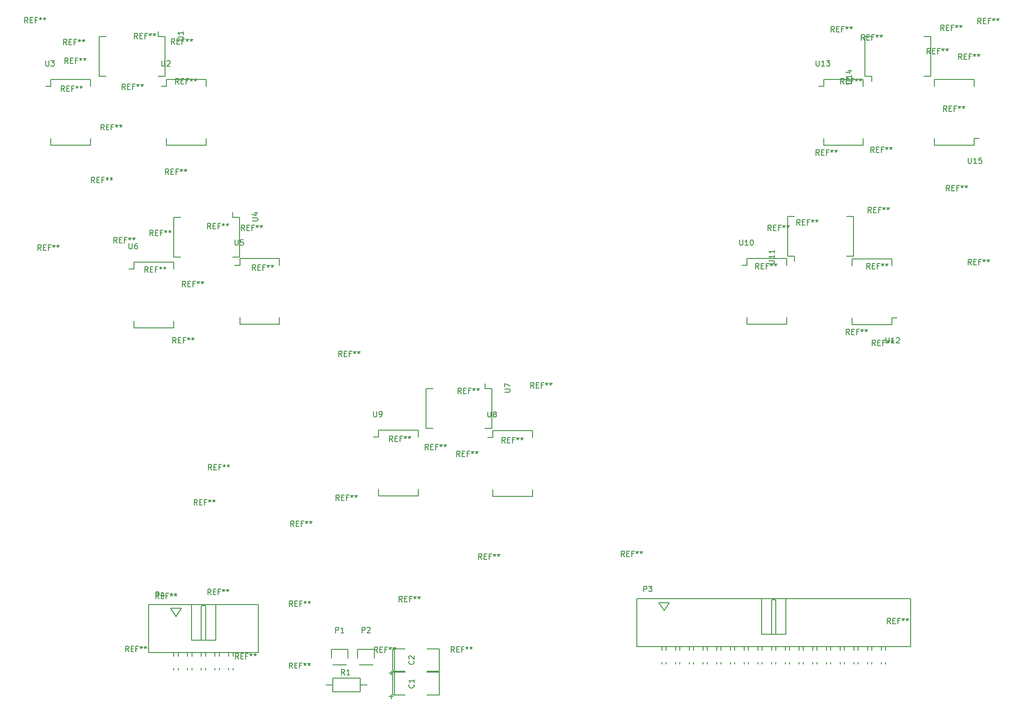
<source format=gto>
G04 #@! TF.FileFunction,Legend,Top*
%FSLAX46Y46*%
G04 Gerber Fmt 4.6, Leading zero omitted, Abs format (unit mm)*
G04 Created by KiCad (PCBNEW 4.0.5) date 2017 January 05, Thursday 14:50:11*
%MOMM*%
%LPD*%
G01*
G04 APERTURE LIST*
%ADD10C,0.150000*%
G04 APERTURE END LIST*
D10*
X232950000Y-200330000D02*
X232950000Y-191430000D01*
X232950000Y-191430000D02*
X283730000Y-191430000D01*
X283730000Y-191430000D02*
X283730000Y-200330000D01*
X283730000Y-200330000D02*
X232950000Y-200330000D01*
X256115000Y-191430000D02*
X256115000Y-198030000D01*
X256115000Y-198030000D02*
X260565000Y-198030000D01*
X260565000Y-198030000D02*
X260565000Y-191430000D01*
X257940000Y-198030000D02*
X257940000Y-191830000D01*
X257940000Y-191830000D02*
X258140000Y-191630000D01*
X258140000Y-191630000D02*
X258540000Y-191630000D01*
X258540000Y-191630000D02*
X258740000Y-191830000D01*
X258740000Y-191830000D02*
X258740000Y-198030000D01*
X237020000Y-192170000D02*
X239020000Y-192170000D01*
X239020000Y-192170000D02*
X238020000Y-193670000D01*
X238020000Y-193670000D02*
X237020000Y-192170000D01*
X237620000Y-203570000D02*
X237620000Y-203230000D01*
X238420000Y-203570000D02*
X238420000Y-203230000D01*
X237620000Y-201030000D02*
X237620000Y-200330000D01*
X238420000Y-201030000D02*
X238420000Y-200330000D01*
X240160000Y-203570000D02*
X240160000Y-203230000D01*
X240960000Y-203570000D02*
X240960000Y-203230000D01*
X240160000Y-201030000D02*
X240160000Y-200330000D01*
X240960000Y-201030000D02*
X240960000Y-200330000D01*
X242700000Y-203570000D02*
X242700000Y-203230000D01*
X243500000Y-203570000D02*
X243500000Y-203230000D01*
X242700000Y-201030000D02*
X242700000Y-200330000D01*
X243500000Y-201030000D02*
X243500000Y-200330000D01*
X245240000Y-203570000D02*
X245240000Y-203230000D01*
X246040000Y-203570000D02*
X246040000Y-203230000D01*
X245240000Y-201030000D02*
X245240000Y-200330000D01*
X246040000Y-201030000D02*
X246040000Y-200330000D01*
X247780000Y-203570000D02*
X247780000Y-203230000D01*
X248580000Y-203570000D02*
X248580000Y-203230000D01*
X247780000Y-201030000D02*
X247780000Y-200330000D01*
X248580000Y-201030000D02*
X248580000Y-200330000D01*
X250320000Y-203570000D02*
X250320000Y-203230000D01*
X251120000Y-203570000D02*
X251120000Y-203230000D01*
X250320000Y-201030000D02*
X250320000Y-200330000D01*
X251120000Y-201030000D02*
X251120000Y-200330000D01*
X252860000Y-203570000D02*
X252860000Y-203230000D01*
X253660000Y-203570000D02*
X253660000Y-203230000D01*
X252860000Y-201030000D02*
X252860000Y-200330000D01*
X253660000Y-201030000D02*
X253660000Y-200330000D01*
X255400000Y-203570000D02*
X255400000Y-203230000D01*
X256200000Y-203570000D02*
X256200000Y-203230000D01*
X255400000Y-201030000D02*
X255400000Y-200330000D01*
X256200000Y-201030000D02*
X256200000Y-200330000D01*
X257940000Y-203570000D02*
X257940000Y-203230000D01*
X258740000Y-203570000D02*
X258740000Y-203230000D01*
X257940000Y-201030000D02*
X257940000Y-200330000D01*
X258740000Y-201030000D02*
X258740000Y-200330000D01*
X260480000Y-203570000D02*
X260480000Y-203230000D01*
X261280000Y-203570000D02*
X261280000Y-203230000D01*
X260480000Y-201030000D02*
X260480000Y-200330000D01*
X261280000Y-201030000D02*
X261280000Y-200330000D01*
X263020000Y-203570000D02*
X263020000Y-203230000D01*
X263820000Y-203570000D02*
X263820000Y-203230000D01*
X263020000Y-201030000D02*
X263020000Y-200330000D01*
X263820000Y-201030000D02*
X263820000Y-200330000D01*
X265560000Y-203570000D02*
X265560000Y-203230000D01*
X266360000Y-203570000D02*
X266360000Y-203230000D01*
X265560000Y-201030000D02*
X265560000Y-200330000D01*
X266360000Y-201030000D02*
X266360000Y-200330000D01*
X268100000Y-203570000D02*
X268100000Y-203230000D01*
X268900000Y-203570000D02*
X268900000Y-203230000D01*
X268100000Y-201030000D02*
X268100000Y-200330000D01*
X268900000Y-201030000D02*
X268900000Y-200330000D01*
X270640000Y-203570000D02*
X270640000Y-203230000D01*
X271440000Y-203570000D02*
X271440000Y-203230000D01*
X270640000Y-201030000D02*
X270640000Y-200330000D01*
X271440000Y-201030000D02*
X271440000Y-200330000D01*
X273180000Y-203570000D02*
X273180000Y-203230000D01*
X273980000Y-203570000D02*
X273980000Y-203230000D01*
X273180000Y-201030000D02*
X273180000Y-200330000D01*
X273980000Y-201030000D02*
X273980000Y-200330000D01*
X275720000Y-203570000D02*
X275720000Y-203230000D01*
X276520000Y-203570000D02*
X276520000Y-203230000D01*
X275720000Y-201030000D02*
X275720000Y-200330000D01*
X276520000Y-201030000D02*
X276520000Y-200330000D01*
X278260000Y-203570000D02*
X278260000Y-203230000D01*
X279060000Y-203570000D02*
X279060000Y-203230000D01*
X278260000Y-201030000D02*
X278260000Y-200330000D01*
X279060000Y-201030000D02*
X279060000Y-200330000D01*
X145625000Y-87235000D02*
X144355000Y-87235000D01*
X145625000Y-94585000D02*
X144355000Y-94585000D01*
X133415000Y-94585000D02*
X134685000Y-94585000D01*
X133415000Y-87235000D02*
X134685000Y-87235000D01*
X145625000Y-87235000D02*
X145625000Y-94585000D01*
X133415000Y-87235000D02*
X133415000Y-94585000D01*
X144355000Y-87235000D02*
X144355000Y-86300000D01*
X179500000Y-200860000D02*
X179500000Y-202410000D01*
X176400000Y-202410000D02*
X176400000Y-200860000D01*
X176400000Y-200860000D02*
X179500000Y-200860000D01*
X176680000Y-203680000D02*
X179220000Y-203680000D01*
X184380000Y-200860000D02*
X184380000Y-202410000D01*
X181280000Y-202410000D02*
X181280000Y-200860000D01*
X181280000Y-200860000D02*
X184380000Y-200860000D01*
X181560000Y-203680000D02*
X184100000Y-203680000D01*
X142580000Y-201410000D02*
X142580000Y-192510000D01*
X142580000Y-192510000D02*
X162880000Y-192510000D01*
X162880000Y-192510000D02*
X162880000Y-201410000D01*
X162880000Y-201410000D02*
X142580000Y-201410000D01*
X150505000Y-192510000D02*
X150505000Y-199110000D01*
X150505000Y-199110000D02*
X154955000Y-199110000D01*
X154955000Y-199110000D02*
X154955000Y-192510000D01*
X152330000Y-199110000D02*
X152330000Y-192910000D01*
X152330000Y-192910000D02*
X152530000Y-192710000D01*
X152530000Y-192710000D02*
X152930000Y-192710000D01*
X152930000Y-192710000D02*
X153130000Y-192910000D01*
X153130000Y-192910000D02*
X153130000Y-199110000D01*
X146650000Y-193250000D02*
X148650000Y-193250000D01*
X148650000Y-193250000D02*
X147650000Y-194750000D01*
X147650000Y-194750000D02*
X146650000Y-193250000D01*
X147250000Y-204650000D02*
X147250000Y-204310000D01*
X148050000Y-204650000D02*
X148050000Y-204310000D01*
X147250000Y-202110000D02*
X147250000Y-201410000D01*
X148050000Y-202110000D02*
X148050000Y-201410000D01*
X149790000Y-204650000D02*
X149790000Y-204310000D01*
X150590000Y-204650000D02*
X150590000Y-204310000D01*
X149790000Y-202110000D02*
X149790000Y-201410000D01*
X150590000Y-202110000D02*
X150590000Y-201410000D01*
X152330000Y-204650000D02*
X152330000Y-204310000D01*
X153130000Y-204650000D02*
X153130000Y-204310000D01*
X152330000Y-202110000D02*
X152330000Y-201410000D01*
X153130000Y-202110000D02*
X153130000Y-201410000D01*
X154870000Y-204650000D02*
X154870000Y-204310000D01*
X155670000Y-204650000D02*
X155670000Y-204310000D01*
X154870000Y-202110000D02*
X154870000Y-201410000D01*
X155670000Y-202110000D02*
X155670000Y-201410000D01*
X157410000Y-204650000D02*
X157410000Y-204310000D01*
X158210000Y-204650000D02*
X158210000Y-204310000D01*
X157410000Y-202110000D02*
X157410000Y-201410000D01*
X158210000Y-202110000D02*
X158210000Y-201410000D01*
X181790000Y-208690000D02*
X176710000Y-208690000D01*
X176710000Y-208690000D02*
X176710000Y-206150000D01*
X176710000Y-206150000D02*
X181790000Y-206150000D01*
X181790000Y-206150000D02*
X181790000Y-208690000D01*
X181790000Y-207420000D02*
X183060000Y-207420000D01*
X176710000Y-207420000D02*
X175440000Y-207420000D01*
X145865000Y-95165000D02*
X145865000Y-96435000D01*
X153215000Y-95165000D02*
X153215000Y-96435000D01*
X153215000Y-107375000D02*
X153215000Y-106105000D01*
X145865000Y-107375000D02*
X145865000Y-106105000D01*
X145865000Y-95165000D02*
X153215000Y-95165000D01*
X145865000Y-107375000D02*
X153215000Y-107375000D01*
X145865000Y-96435000D02*
X144930000Y-96435000D01*
X159385000Y-120775000D02*
X158115000Y-120775000D01*
X159385000Y-128125000D02*
X158115000Y-128125000D01*
X147175000Y-128125000D02*
X148445000Y-128125000D01*
X147175000Y-120775000D02*
X148445000Y-120775000D01*
X159385000Y-120775000D02*
X159385000Y-128125000D01*
X147175000Y-120775000D02*
X147175000Y-128125000D01*
X158115000Y-120775000D02*
X158115000Y-119840000D01*
X159445000Y-128385000D02*
X159445000Y-129655000D01*
X166795000Y-128385000D02*
X166795000Y-129655000D01*
X166795000Y-140595000D02*
X166795000Y-139325000D01*
X159445000Y-140595000D02*
X159445000Y-139325000D01*
X159445000Y-128385000D02*
X166795000Y-128385000D01*
X159445000Y-140595000D02*
X166795000Y-140595000D01*
X159445000Y-129655000D02*
X158510000Y-129655000D01*
X206145000Y-152515000D02*
X204875000Y-152515000D01*
X206145000Y-159865000D02*
X204875000Y-159865000D01*
X193935000Y-159865000D02*
X195205000Y-159865000D01*
X193935000Y-152515000D02*
X195205000Y-152515000D01*
X206145000Y-152515000D02*
X206145000Y-159865000D01*
X193935000Y-152515000D02*
X193935000Y-159865000D01*
X204875000Y-152515000D02*
X204875000Y-151580000D01*
X206285000Y-160245000D02*
X206285000Y-161515000D01*
X213635000Y-160245000D02*
X213635000Y-161515000D01*
X213635000Y-172455000D02*
X213635000Y-171185000D01*
X206285000Y-172455000D02*
X206285000Y-171185000D01*
X206285000Y-160245000D02*
X213635000Y-160245000D01*
X206285000Y-172455000D02*
X213635000Y-172455000D01*
X206285000Y-161515000D02*
X205350000Y-161515000D01*
X253415000Y-128385000D02*
X253415000Y-129655000D01*
X260765000Y-128385000D02*
X260765000Y-129655000D01*
X260765000Y-140595000D02*
X260765000Y-139325000D01*
X253415000Y-140595000D02*
X253415000Y-139325000D01*
X253415000Y-128385000D02*
X260765000Y-128385000D01*
X253415000Y-140595000D02*
X260765000Y-140595000D01*
X253415000Y-129655000D02*
X252480000Y-129655000D01*
X260935000Y-127965000D02*
X262205000Y-127965000D01*
X260935000Y-120615000D02*
X262205000Y-120615000D01*
X273145000Y-120615000D02*
X271875000Y-120615000D01*
X273145000Y-127965000D02*
X271875000Y-127965000D01*
X260935000Y-127965000D02*
X260935000Y-120615000D01*
X273145000Y-127965000D02*
X273145000Y-120615000D01*
X262205000Y-127965000D02*
X262205000Y-128900000D01*
X267575000Y-95155000D02*
X267575000Y-96425000D01*
X274925000Y-95155000D02*
X274925000Y-96425000D01*
X274925000Y-107365000D02*
X274925000Y-106095000D01*
X267575000Y-107365000D02*
X267575000Y-106095000D01*
X267575000Y-95155000D02*
X274925000Y-95155000D01*
X267575000Y-107365000D02*
X274925000Y-107365000D01*
X267575000Y-96425000D02*
X266640000Y-96425000D01*
X275205000Y-94605000D02*
X276475000Y-94605000D01*
X275205000Y-87255000D02*
X276475000Y-87255000D01*
X287415000Y-87255000D02*
X286145000Y-87255000D01*
X287415000Y-94605000D02*
X286145000Y-94605000D01*
X275205000Y-94605000D02*
X275205000Y-87255000D01*
X287415000Y-94605000D02*
X287415000Y-87255000D01*
X276475000Y-94605000D02*
X276475000Y-95540000D01*
X188080740Y-200729420D02*
X188080740Y-204930580D01*
X187780080Y-200729420D02*
X187780080Y-204930580D01*
X196380520Y-200729420D02*
X196380520Y-204930580D01*
X194076740Y-204935660D02*
X196362740Y-204935660D01*
X196362740Y-200724340D02*
X194076740Y-200724340D01*
X190081320Y-200724340D02*
X187795320Y-200724340D01*
X187797860Y-204935660D02*
X190083860Y-204935660D01*
X188080440Y-205109420D02*
X188080440Y-209310580D01*
X187779780Y-205109420D02*
X187779780Y-209310580D01*
X196380220Y-205109420D02*
X196380220Y-209310580D01*
X194076440Y-209315660D02*
X196362440Y-209315660D01*
X196362440Y-205104340D02*
X194076440Y-205104340D01*
X190081020Y-205104340D02*
X187795020Y-205104340D01*
X187797560Y-209315660D02*
X190083560Y-209315660D01*
X124415000Y-95165000D02*
X124415000Y-96435000D01*
X131765000Y-95165000D02*
X131765000Y-96435000D01*
X131765000Y-107375000D02*
X131765000Y-106105000D01*
X124415000Y-107375000D02*
X124415000Y-106105000D01*
X124415000Y-95165000D02*
X131765000Y-95165000D01*
X124415000Y-107375000D02*
X131765000Y-107375000D01*
X124415000Y-96435000D02*
X123480000Y-96435000D01*
X139845000Y-129055000D02*
X139845000Y-130325000D01*
X147195000Y-129055000D02*
X147195000Y-130325000D01*
X147195000Y-141265000D02*
X147195000Y-139995000D01*
X139845000Y-141265000D02*
X139845000Y-139995000D01*
X139845000Y-129055000D02*
X147195000Y-129055000D01*
X139845000Y-141265000D02*
X147195000Y-141265000D01*
X139845000Y-130325000D02*
X138910000Y-130325000D01*
X185135000Y-160215000D02*
X185135000Y-161485000D01*
X192485000Y-160215000D02*
X192485000Y-161485000D01*
X192485000Y-172425000D02*
X192485000Y-171155000D01*
X185135000Y-172425000D02*
X185135000Y-171155000D01*
X185135000Y-160215000D02*
X192485000Y-160215000D01*
X185135000Y-172425000D02*
X192485000Y-172425000D01*
X185135000Y-161485000D02*
X184200000Y-161485000D01*
X280205000Y-140675000D02*
X280205000Y-139405000D01*
X272855000Y-140675000D02*
X272855000Y-139405000D01*
X272855000Y-128465000D02*
X272855000Y-129735000D01*
X280205000Y-128465000D02*
X280205000Y-129735000D01*
X280205000Y-140675000D02*
X272855000Y-140675000D01*
X280205000Y-128465000D02*
X272855000Y-128465000D01*
X280205000Y-139405000D02*
X281140000Y-139405000D01*
X295475000Y-107345000D02*
X295475000Y-106075000D01*
X288125000Y-107345000D02*
X288125000Y-106075000D01*
X288125000Y-95135000D02*
X288125000Y-96405000D01*
X295475000Y-95135000D02*
X295475000Y-96405000D01*
X295475000Y-107345000D02*
X288125000Y-107345000D01*
X295475000Y-95135000D02*
X288125000Y-95135000D01*
X295475000Y-106075000D02*
X296410000Y-106075000D01*
X159206667Y-202594381D02*
X158873333Y-202118190D01*
X158635238Y-202594381D02*
X158635238Y-201594381D01*
X159016191Y-201594381D01*
X159111429Y-201642000D01*
X159159048Y-201689619D01*
X159206667Y-201784857D01*
X159206667Y-201927714D01*
X159159048Y-202022952D01*
X159111429Y-202070571D01*
X159016191Y-202118190D01*
X158635238Y-202118190D01*
X159635238Y-202070571D02*
X159968572Y-202070571D01*
X160111429Y-202594381D02*
X159635238Y-202594381D01*
X159635238Y-201594381D01*
X160111429Y-201594381D01*
X160873334Y-202070571D02*
X160540000Y-202070571D01*
X160540000Y-202594381D02*
X160540000Y-201594381D01*
X161016191Y-201594381D01*
X161540000Y-201594381D02*
X161540000Y-201832476D01*
X161301905Y-201737238D02*
X161540000Y-201832476D01*
X161778096Y-201737238D01*
X161397143Y-202022952D02*
X161540000Y-201832476D01*
X161682858Y-202022952D01*
X162301905Y-201594381D02*
X162301905Y-201832476D01*
X162063810Y-201737238D02*
X162301905Y-201832476D01*
X162540001Y-201737238D01*
X162159048Y-202022952D02*
X162301905Y-201832476D01*
X162444763Y-202022952D01*
X120196667Y-84694381D02*
X119863333Y-84218190D01*
X119625238Y-84694381D02*
X119625238Y-83694381D01*
X120006191Y-83694381D01*
X120101429Y-83742000D01*
X120149048Y-83789619D01*
X120196667Y-83884857D01*
X120196667Y-84027714D01*
X120149048Y-84122952D01*
X120101429Y-84170571D01*
X120006191Y-84218190D01*
X119625238Y-84218190D01*
X120625238Y-84170571D02*
X120958572Y-84170571D01*
X121101429Y-84694381D02*
X120625238Y-84694381D01*
X120625238Y-83694381D01*
X121101429Y-83694381D01*
X121863334Y-84170571D02*
X121530000Y-84170571D01*
X121530000Y-84694381D02*
X121530000Y-83694381D01*
X122006191Y-83694381D01*
X122530000Y-83694381D02*
X122530000Y-83932476D01*
X122291905Y-83837238D02*
X122530000Y-83932476D01*
X122768096Y-83837238D01*
X122387143Y-84122952D02*
X122530000Y-83932476D01*
X122672858Y-84122952D01*
X123291905Y-83694381D02*
X123291905Y-83932476D01*
X123053810Y-83837238D02*
X123291905Y-83932476D01*
X123530001Y-83837238D01*
X123149048Y-84122952D02*
X123291905Y-83932476D01*
X123434763Y-84122952D01*
X122666667Y-126854381D02*
X122333333Y-126378190D01*
X122095238Y-126854381D02*
X122095238Y-125854381D01*
X122476191Y-125854381D01*
X122571429Y-125902000D01*
X122619048Y-125949619D01*
X122666667Y-126044857D01*
X122666667Y-126187714D01*
X122619048Y-126282952D01*
X122571429Y-126330571D01*
X122476191Y-126378190D01*
X122095238Y-126378190D01*
X123095238Y-126330571D02*
X123428572Y-126330571D01*
X123571429Y-126854381D02*
X123095238Y-126854381D01*
X123095238Y-125854381D01*
X123571429Y-125854381D01*
X124333334Y-126330571D02*
X124000000Y-126330571D01*
X124000000Y-126854381D02*
X124000000Y-125854381D01*
X124476191Y-125854381D01*
X125000000Y-125854381D02*
X125000000Y-126092476D01*
X124761905Y-125997238D02*
X125000000Y-126092476D01*
X125238096Y-125997238D01*
X124857143Y-126282952D02*
X125000000Y-126092476D01*
X125142858Y-126282952D01*
X125761905Y-125854381D02*
X125761905Y-126092476D01*
X125523810Y-125997238D02*
X125761905Y-126092476D01*
X126000001Y-125997238D01*
X125619048Y-126282952D02*
X125761905Y-126092476D01*
X125904763Y-126282952D01*
X276172667Y-130272381D02*
X275839333Y-129796190D01*
X275601238Y-130272381D02*
X275601238Y-129272381D01*
X275982191Y-129272381D01*
X276077429Y-129320000D01*
X276125048Y-129367619D01*
X276172667Y-129462857D01*
X276172667Y-129605714D01*
X276125048Y-129700952D01*
X276077429Y-129748571D01*
X275982191Y-129796190D01*
X275601238Y-129796190D01*
X276601238Y-129748571D02*
X276934572Y-129748571D01*
X277077429Y-130272381D02*
X276601238Y-130272381D01*
X276601238Y-129272381D01*
X277077429Y-129272381D01*
X277839334Y-129748571D02*
X277506000Y-129748571D01*
X277506000Y-130272381D02*
X277506000Y-129272381D01*
X277982191Y-129272381D01*
X278506000Y-129272381D02*
X278506000Y-129510476D01*
X278267905Y-129415238D02*
X278506000Y-129510476D01*
X278744096Y-129415238D01*
X278363143Y-129700952D02*
X278506000Y-129510476D01*
X278648858Y-129700952D01*
X279267905Y-129272381D02*
X279267905Y-129510476D01*
X279029810Y-129415238D02*
X279267905Y-129510476D01*
X279506001Y-129415238D01*
X279125048Y-129700952D02*
X279267905Y-129510476D01*
X279410763Y-129700952D01*
X271346667Y-95982381D02*
X271013333Y-95506190D01*
X270775238Y-95982381D02*
X270775238Y-94982381D01*
X271156191Y-94982381D01*
X271251429Y-95030000D01*
X271299048Y-95077619D01*
X271346667Y-95172857D01*
X271346667Y-95315714D01*
X271299048Y-95410952D01*
X271251429Y-95458571D01*
X271156191Y-95506190D01*
X270775238Y-95506190D01*
X271775238Y-95458571D02*
X272108572Y-95458571D01*
X272251429Y-95982381D02*
X271775238Y-95982381D01*
X271775238Y-94982381D01*
X272251429Y-94982381D01*
X273013334Y-95458571D02*
X272680000Y-95458571D01*
X272680000Y-95982381D02*
X272680000Y-94982381D01*
X273156191Y-94982381D01*
X273680000Y-94982381D02*
X273680000Y-95220476D01*
X273441905Y-95125238D02*
X273680000Y-95220476D01*
X273918096Y-95125238D01*
X273537143Y-95410952D02*
X273680000Y-95220476D01*
X273822858Y-95410952D01*
X274441905Y-94982381D02*
X274441905Y-95220476D01*
X274203810Y-95125238D02*
X274441905Y-95220476D01*
X274680001Y-95125238D01*
X274299048Y-95410952D02*
X274441905Y-95220476D01*
X274584763Y-95410952D01*
X293190667Y-91410381D02*
X292857333Y-90934190D01*
X292619238Y-91410381D02*
X292619238Y-90410381D01*
X293000191Y-90410381D01*
X293095429Y-90458000D01*
X293143048Y-90505619D01*
X293190667Y-90600857D01*
X293190667Y-90743714D01*
X293143048Y-90838952D01*
X293095429Y-90886571D01*
X293000191Y-90934190D01*
X292619238Y-90934190D01*
X293619238Y-90886571D02*
X293952572Y-90886571D01*
X294095429Y-91410381D02*
X293619238Y-91410381D01*
X293619238Y-90410381D01*
X294095429Y-90410381D01*
X294857334Y-90886571D02*
X294524000Y-90886571D01*
X294524000Y-91410381D02*
X294524000Y-90410381D01*
X295000191Y-90410381D01*
X295524000Y-90410381D02*
X295524000Y-90648476D01*
X295285905Y-90553238D02*
X295524000Y-90648476D01*
X295762096Y-90553238D01*
X295381143Y-90838952D02*
X295524000Y-90648476D01*
X295666858Y-90838952D01*
X296285905Y-90410381D02*
X296285905Y-90648476D01*
X296047810Y-90553238D02*
X296285905Y-90648476D01*
X296524001Y-90553238D01*
X296143048Y-90838952D02*
X296285905Y-90648476D01*
X296428763Y-90838952D01*
X296746667Y-84806381D02*
X296413333Y-84330190D01*
X296175238Y-84806381D02*
X296175238Y-83806381D01*
X296556191Y-83806381D01*
X296651429Y-83854000D01*
X296699048Y-83901619D01*
X296746667Y-83996857D01*
X296746667Y-84139714D01*
X296699048Y-84234952D01*
X296651429Y-84282571D01*
X296556191Y-84330190D01*
X296175238Y-84330190D01*
X297175238Y-84282571D02*
X297508572Y-84282571D01*
X297651429Y-84806381D02*
X297175238Y-84806381D01*
X297175238Y-83806381D01*
X297651429Y-83806381D01*
X298413334Y-84282571D02*
X298080000Y-84282571D01*
X298080000Y-84806381D02*
X298080000Y-83806381D01*
X298556191Y-83806381D01*
X299080000Y-83806381D02*
X299080000Y-84044476D01*
X298841905Y-83949238D02*
X299080000Y-84044476D01*
X299318096Y-83949238D01*
X298937143Y-84234952D02*
X299080000Y-84044476D01*
X299222858Y-84234952D01*
X299841905Y-83806381D02*
X299841905Y-84044476D01*
X299603810Y-83949238D02*
X299841905Y-84044476D01*
X300080001Y-83949238D01*
X299699048Y-84234952D02*
X299841905Y-84044476D01*
X299984763Y-84234952D01*
X287348667Y-90394381D02*
X287015333Y-89918190D01*
X286777238Y-90394381D02*
X286777238Y-89394381D01*
X287158191Y-89394381D01*
X287253429Y-89442000D01*
X287301048Y-89489619D01*
X287348667Y-89584857D01*
X287348667Y-89727714D01*
X287301048Y-89822952D01*
X287253429Y-89870571D01*
X287158191Y-89918190D01*
X286777238Y-89918190D01*
X287777238Y-89870571D02*
X288110572Y-89870571D01*
X288253429Y-90394381D02*
X287777238Y-90394381D01*
X287777238Y-89394381D01*
X288253429Y-89394381D01*
X289015334Y-89870571D02*
X288682000Y-89870571D01*
X288682000Y-90394381D02*
X288682000Y-89394381D01*
X289158191Y-89394381D01*
X289682000Y-89394381D02*
X289682000Y-89632476D01*
X289443905Y-89537238D02*
X289682000Y-89632476D01*
X289920096Y-89537238D01*
X289539143Y-89822952D02*
X289682000Y-89632476D01*
X289824858Y-89822952D01*
X290443905Y-89394381D02*
X290443905Y-89632476D01*
X290205810Y-89537238D02*
X290443905Y-89632476D01*
X290682001Y-89537238D01*
X290301048Y-89822952D02*
X290443905Y-89632476D01*
X290586763Y-89822952D01*
X263218667Y-122144381D02*
X262885333Y-121668190D01*
X262647238Y-122144381D02*
X262647238Y-121144381D01*
X263028191Y-121144381D01*
X263123429Y-121192000D01*
X263171048Y-121239619D01*
X263218667Y-121334857D01*
X263218667Y-121477714D01*
X263171048Y-121572952D01*
X263123429Y-121620571D01*
X263028191Y-121668190D01*
X262647238Y-121668190D01*
X263647238Y-121620571D02*
X263980572Y-121620571D01*
X264123429Y-122144381D02*
X263647238Y-122144381D01*
X263647238Y-121144381D01*
X264123429Y-121144381D01*
X264885334Y-121620571D02*
X264552000Y-121620571D01*
X264552000Y-122144381D02*
X264552000Y-121144381D01*
X265028191Y-121144381D01*
X265552000Y-121144381D02*
X265552000Y-121382476D01*
X265313905Y-121287238D02*
X265552000Y-121382476D01*
X265790096Y-121287238D01*
X265409143Y-121572952D02*
X265552000Y-121382476D01*
X265694858Y-121572952D01*
X266313905Y-121144381D02*
X266313905Y-121382476D01*
X266075810Y-121287238D02*
X266313905Y-121382476D01*
X266552001Y-121287238D01*
X266171048Y-121572952D02*
X266313905Y-121382476D01*
X266456763Y-121572952D01*
X200480667Y-153386381D02*
X200147333Y-152910190D01*
X199909238Y-153386381D02*
X199909238Y-152386381D01*
X200290191Y-152386381D01*
X200385429Y-152434000D01*
X200433048Y-152481619D01*
X200480667Y-152576857D01*
X200480667Y-152719714D01*
X200433048Y-152814952D01*
X200385429Y-152862571D01*
X200290191Y-152910190D01*
X199909238Y-152910190D01*
X200909238Y-152862571D02*
X201242572Y-152862571D01*
X201385429Y-153386381D02*
X200909238Y-153386381D01*
X200909238Y-152386381D01*
X201385429Y-152386381D01*
X202147334Y-152862571D02*
X201814000Y-152862571D01*
X201814000Y-153386381D02*
X201814000Y-152386381D01*
X202290191Y-152386381D01*
X202814000Y-152386381D02*
X202814000Y-152624476D01*
X202575905Y-152529238D02*
X202814000Y-152624476D01*
X203052096Y-152529238D01*
X202671143Y-152814952D02*
X202814000Y-152624476D01*
X202956858Y-152814952D01*
X203575905Y-152386381D02*
X203575905Y-152624476D01*
X203337810Y-152529238D02*
X203575905Y-152624476D01*
X203814001Y-152529238D01*
X203433048Y-152814952D02*
X203575905Y-152624476D01*
X203718763Y-152814952D01*
X187780667Y-162276381D02*
X187447333Y-161800190D01*
X187209238Y-162276381D02*
X187209238Y-161276381D01*
X187590191Y-161276381D01*
X187685429Y-161324000D01*
X187733048Y-161371619D01*
X187780667Y-161466857D01*
X187780667Y-161609714D01*
X187733048Y-161704952D01*
X187685429Y-161752571D01*
X187590191Y-161800190D01*
X187209238Y-161800190D01*
X188209238Y-161752571D02*
X188542572Y-161752571D01*
X188685429Y-162276381D02*
X188209238Y-162276381D01*
X188209238Y-161276381D01*
X188685429Y-161276381D01*
X189447334Y-161752571D02*
X189114000Y-161752571D01*
X189114000Y-162276381D02*
X189114000Y-161276381D01*
X189590191Y-161276381D01*
X190114000Y-161276381D02*
X190114000Y-161514476D01*
X189875905Y-161419238D02*
X190114000Y-161514476D01*
X190352096Y-161419238D01*
X189971143Y-161704952D02*
X190114000Y-161514476D01*
X190256858Y-161704952D01*
X190875905Y-161276381D02*
X190875905Y-161514476D01*
X190637810Y-161419238D02*
X190875905Y-161514476D01*
X191114001Y-161419238D01*
X190733048Y-161704952D02*
X190875905Y-161514476D01*
X191018763Y-161704952D01*
X140536667Y-87600381D02*
X140203333Y-87124190D01*
X139965238Y-87600381D02*
X139965238Y-86600381D01*
X140346191Y-86600381D01*
X140441429Y-86648000D01*
X140489048Y-86695619D01*
X140536667Y-86790857D01*
X140536667Y-86933714D01*
X140489048Y-87028952D01*
X140441429Y-87076571D01*
X140346191Y-87124190D01*
X139965238Y-87124190D01*
X140965238Y-87076571D02*
X141298572Y-87076571D01*
X141441429Y-87600381D02*
X140965238Y-87600381D01*
X140965238Y-86600381D01*
X141441429Y-86600381D01*
X142203334Y-87076571D02*
X141870000Y-87076571D01*
X141870000Y-87600381D02*
X141870000Y-86600381D01*
X142346191Y-86600381D01*
X142870000Y-86600381D02*
X142870000Y-86838476D01*
X142631905Y-86743238D02*
X142870000Y-86838476D01*
X143108096Y-86743238D01*
X142727143Y-87028952D02*
X142870000Y-86838476D01*
X143012858Y-87028952D01*
X143631905Y-86600381D02*
X143631905Y-86838476D01*
X143393810Y-86743238D02*
X143631905Y-86838476D01*
X143870001Y-86743238D01*
X143489048Y-87028952D02*
X143631905Y-86838476D01*
X143774763Y-87028952D01*
X154116667Y-190694381D02*
X153783333Y-190218190D01*
X153545238Y-190694381D02*
X153545238Y-189694381D01*
X153926191Y-189694381D01*
X154021429Y-189742000D01*
X154069048Y-189789619D01*
X154116667Y-189884857D01*
X154116667Y-190027714D01*
X154069048Y-190122952D01*
X154021429Y-190170571D01*
X153926191Y-190218190D01*
X153545238Y-190218190D01*
X154545238Y-190170571D02*
X154878572Y-190170571D01*
X155021429Y-190694381D02*
X154545238Y-190694381D01*
X154545238Y-189694381D01*
X155021429Y-189694381D01*
X155783334Y-190170571D02*
X155450000Y-190170571D01*
X155450000Y-190694381D02*
X155450000Y-189694381D01*
X155926191Y-189694381D01*
X156450000Y-189694381D02*
X156450000Y-189932476D01*
X156211905Y-189837238D02*
X156450000Y-189932476D01*
X156688096Y-189837238D01*
X156307143Y-190122952D02*
X156450000Y-189932476D01*
X156592858Y-190122952D01*
X157211905Y-189694381D02*
X157211905Y-189932476D01*
X156973810Y-189837238D02*
X157211905Y-189932476D01*
X157450001Y-189837238D01*
X157069048Y-190122952D02*
X157211905Y-189932476D01*
X157354763Y-190122952D01*
X290904667Y-115794381D02*
X290571333Y-115318190D01*
X290333238Y-115794381D02*
X290333238Y-114794381D01*
X290714191Y-114794381D01*
X290809429Y-114842000D01*
X290857048Y-114889619D01*
X290904667Y-114984857D01*
X290904667Y-115127714D01*
X290857048Y-115222952D01*
X290809429Y-115270571D01*
X290714191Y-115318190D01*
X290333238Y-115318190D01*
X291333238Y-115270571D02*
X291666572Y-115270571D01*
X291809429Y-115794381D02*
X291333238Y-115794381D01*
X291333238Y-114794381D01*
X291809429Y-114794381D01*
X292571334Y-115270571D02*
X292238000Y-115270571D01*
X292238000Y-115794381D02*
X292238000Y-114794381D01*
X292714191Y-114794381D01*
X293238000Y-114794381D02*
X293238000Y-115032476D01*
X292999905Y-114937238D02*
X293238000Y-115032476D01*
X293476096Y-114937238D01*
X293095143Y-115222952D02*
X293238000Y-115032476D01*
X293380858Y-115222952D01*
X293999905Y-114794381D02*
X293999905Y-115032476D01*
X293761810Y-114937238D02*
X293999905Y-115032476D01*
X294238001Y-114937238D01*
X293857048Y-115222952D02*
X293999905Y-115032476D01*
X294142763Y-115222952D01*
X276934667Y-108682381D02*
X276601333Y-108206190D01*
X276363238Y-108682381D02*
X276363238Y-107682381D01*
X276744191Y-107682381D01*
X276839429Y-107730000D01*
X276887048Y-107777619D01*
X276934667Y-107872857D01*
X276934667Y-108015714D01*
X276887048Y-108110952D01*
X276839429Y-108158571D01*
X276744191Y-108206190D01*
X276363238Y-108206190D01*
X277363238Y-108158571D02*
X277696572Y-108158571D01*
X277839429Y-108682381D02*
X277363238Y-108682381D01*
X277363238Y-107682381D01*
X277839429Y-107682381D01*
X278601334Y-108158571D02*
X278268000Y-108158571D01*
X278268000Y-108682381D02*
X278268000Y-107682381D01*
X278744191Y-107682381D01*
X279268000Y-107682381D02*
X279268000Y-107920476D01*
X279029905Y-107825238D02*
X279268000Y-107920476D01*
X279506096Y-107825238D01*
X279125143Y-108110952D02*
X279268000Y-107920476D01*
X279410858Y-108110952D01*
X280029905Y-107682381D02*
X280029905Y-107920476D01*
X279791810Y-107825238D02*
X280029905Y-107920476D01*
X280268001Y-107825238D01*
X279887048Y-108110952D02*
X280029905Y-107920476D01*
X280172763Y-108110952D01*
X127636667Y-92174381D02*
X127303333Y-91698190D01*
X127065238Y-92174381D02*
X127065238Y-91174381D01*
X127446191Y-91174381D01*
X127541429Y-91222000D01*
X127589048Y-91269619D01*
X127636667Y-91364857D01*
X127636667Y-91507714D01*
X127589048Y-91602952D01*
X127541429Y-91650571D01*
X127446191Y-91698190D01*
X127065238Y-91698190D01*
X128065238Y-91650571D02*
X128398572Y-91650571D01*
X128541429Y-92174381D02*
X128065238Y-92174381D01*
X128065238Y-91174381D01*
X128541429Y-91174381D01*
X129303334Y-91650571D02*
X128970000Y-91650571D01*
X128970000Y-92174381D02*
X128970000Y-91174381D01*
X129446191Y-91174381D01*
X129970000Y-91174381D02*
X129970000Y-91412476D01*
X129731905Y-91317238D02*
X129970000Y-91412476D01*
X130208096Y-91317238D01*
X129827143Y-91602952D02*
X129970000Y-91412476D01*
X130112858Y-91602952D01*
X130731905Y-91174381D02*
X130731905Y-91412476D01*
X130493810Y-91317238D02*
X130731905Y-91412476D01*
X130970001Y-91317238D01*
X130589048Y-91602952D02*
X130731905Y-91412476D01*
X130874763Y-91602952D01*
X169226667Y-192854381D02*
X168893333Y-192378190D01*
X168655238Y-192854381D02*
X168655238Y-191854381D01*
X169036191Y-191854381D01*
X169131429Y-191902000D01*
X169179048Y-191949619D01*
X169226667Y-192044857D01*
X169226667Y-192187714D01*
X169179048Y-192282952D01*
X169131429Y-192330571D01*
X169036191Y-192378190D01*
X168655238Y-192378190D01*
X169655238Y-192330571D02*
X169988572Y-192330571D01*
X170131429Y-192854381D02*
X169655238Y-192854381D01*
X169655238Y-191854381D01*
X170131429Y-191854381D01*
X170893334Y-192330571D02*
X170560000Y-192330571D01*
X170560000Y-192854381D02*
X170560000Y-191854381D01*
X171036191Y-191854381D01*
X171560000Y-191854381D02*
X171560000Y-192092476D01*
X171321905Y-191997238D02*
X171560000Y-192092476D01*
X171798096Y-191997238D01*
X171417143Y-192282952D02*
X171560000Y-192092476D01*
X171702858Y-192282952D01*
X172321905Y-191854381D02*
X172321905Y-192092476D01*
X172083810Y-191997238D02*
X172321905Y-192092476D01*
X172560001Y-191997238D01*
X172179048Y-192282952D02*
X172321905Y-192092476D01*
X172464763Y-192282952D01*
X234281905Y-190122381D02*
X234281905Y-189122381D01*
X234662858Y-189122381D01*
X234758096Y-189170000D01*
X234805715Y-189217619D01*
X234853334Y-189312857D01*
X234853334Y-189455714D01*
X234805715Y-189550952D01*
X234758096Y-189598571D01*
X234662858Y-189646190D01*
X234281905Y-189646190D01*
X235186667Y-189122381D02*
X235805715Y-189122381D01*
X235472381Y-189503333D01*
X235615239Y-189503333D01*
X235710477Y-189550952D01*
X235758096Y-189598571D01*
X235805715Y-189693810D01*
X235805715Y-189931905D01*
X235758096Y-190027143D01*
X235710477Y-190074762D01*
X235615239Y-190122381D01*
X235329524Y-190122381D01*
X235234286Y-190074762D01*
X235186667Y-190027143D01*
X138250667Y-96998381D02*
X137917333Y-96522190D01*
X137679238Y-96998381D02*
X137679238Y-95998381D01*
X138060191Y-95998381D01*
X138155429Y-96046000D01*
X138203048Y-96093619D01*
X138250667Y-96188857D01*
X138250667Y-96331714D01*
X138203048Y-96426952D01*
X138155429Y-96474571D01*
X138060191Y-96522190D01*
X137679238Y-96522190D01*
X138679238Y-96474571D02*
X139012572Y-96474571D01*
X139155429Y-96998381D02*
X138679238Y-96998381D01*
X138679238Y-95998381D01*
X139155429Y-95998381D01*
X139917334Y-96474571D02*
X139584000Y-96474571D01*
X139584000Y-96998381D02*
X139584000Y-95998381D01*
X140060191Y-95998381D01*
X140584000Y-95998381D02*
X140584000Y-96236476D01*
X140345905Y-96141238D02*
X140584000Y-96236476D01*
X140822096Y-96141238D01*
X140441143Y-96426952D02*
X140584000Y-96236476D01*
X140726858Y-96426952D01*
X141345905Y-95998381D02*
X141345905Y-96236476D01*
X141107810Y-96141238D02*
X141345905Y-96236476D01*
X141584001Y-96141238D01*
X141203048Y-96426952D02*
X141345905Y-96236476D01*
X141488763Y-96426952D01*
X127416667Y-88714381D02*
X127083333Y-88238190D01*
X126845238Y-88714381D02*
X126845238Y-87714381D01*
X127226191Y-87714381D01*
X127321429Y-87762000D01*
X127369048Y-87809619D01*
X127416667Y-87904857D01*
X127416667Y-88047714D01*
X127369048Y-88142952D01*
X127321429Y-88190571D01*
X127226191Y-88238190D01*
X126845238Y-88238190D01*
X127845238Y-88190571D02*
X128178572Y-88190571D01*
X128321429Y-88714381D02*
X127845238Y-88714381D01*
X127845238Y-87714381D01*
X128321429Y-87714381D01*
X129083334Y-88190571D02*
X128750000Y-88190571D01*
X128750000Y-88714381D02*
X128750000Y-87714381D01*
X129226191Y-87714381D01*
X129750000Y-87714381D02*
X129750000Y-87952476D01*
X129511905Y-87857238D02*
X129750000Y-87952476D01*
X129988096Y-87857238D01*
X129607143Y-88142952D02*
X129750000Y-87952476D01*
X129892858Y-88142952D01*
X130511905Y-87714381D02*
X130511905Y-87952476D01*
X130273810Y-87857238D02*
X130511905Y-87952476D01*
X130750001Y-87857238D01*
X130369048Y-88142952D02*
X130511905Y-87952476D01*
X130654763Y-88142952D01*
X126966667Y-97374381D02*
X126633333Y-96898190D01*
X126395238Y-97374381D02*
X126395238Y-96374381D01*
X126776191Y-96374381D01*
X126871429Y-96422000D01*
X126919048Y-96469619D01*
X126966667Y-96564857D01*
X126966667Y-96707714D01*
X126919048Y-96802952D01*
X126871429Y-96850571D01*
X126776191Y-96898190D01*
X126395238Y-96898190D01*
X127395238Y-96850571D02*
X127728572Y-96850571D01*
X127871429Y-97374381D02*
X127395238Y-97374381D01*
X127395238Y-96374381D01*
X127871429Y-96374381D01*
X128633334Y-96850571D02*
X128300000Y-96850571D01*
X128300000Y-97374381D02*
X128300000Y-96374381D01*
X128776191Y-96374381D01*
X129300000Y-96374381D02*
X129300000Y-96612476D01*
X129061905Y-96517238D02*
X129300000Y-96612476D01*
X129538096Y-96517238D01*
X129157143Y-96802952D02*
X129300000Y-96612476D01*
X129442858Y-96802952D01*
X130061905Y-96374381D02*
X130061905Y-96612476D01*
X129823810Y-96517238D02*
X130061905Y-96612476D01*
X130300001Y-96517238D01*
X129919048Y-96802952D02*
X130061905Y-96612476D01*
X130204763Y-96802952D01*
X147394667Y-88616381D02*
X147061333Y-88140190D01*
X146823238Y-88616381D02*
X146823238Y-87616381D01*
X147204191Y-87616381D01*
X147299429Y-87664000D01*
X147347048Y-87711619D01*
X147394667Y-87806857D01*
X147394667Y-87949714D01*
X147347048Y-88044952D01*
X147299429Y-88092571D01*
X147204191Y-88140190D01*
X146823238Y-88140190D01*
X147823238Y-88092571D02*
X148156572Y-88092571D01*
X148299429Y-88616381D02*
X147823238Y-88616381D01*
X147823238Y-87616381D01*
X148299429Y-87616381D01*
X149061334Y-88092571D02*
X148728000Y-88092571D01*
X148728000Y-88616381D02*
X148728000Y-87616381D01*
X149204191Y-87616381D01*
X149728000Y-87616381D02*
X149728000Y-87854476D01*
X149489905Y-87759238D02*
X149728000Y-87854476D01*
X149966096Y-87759238D01*
X149585143Y-88044952D02*
X149728000Y-87854476D01*
X149870858Y-88044952D01*
X150489905Y-87616381D02*
X150489905Y-87854476D01*
X150251810Y-87759238D02*
X150489905Y-87854476D01*
X150728001Y-87759238D01*
X150347048Y-88044952D02*
X150489905Y-87854476D01*
X150632763Y-88044952D01*
X132556667Y-114334381D02*
X132223333Y-113858190D01*
X131985238Y-114334381D02*
X131985238Y-113334381D01*
X132366191Y-113334381D01*
X132461429Y-113382000D01*
X132509048Y-113429619D01*
X132556667Y-113524857D01*
X132556667Y-113667714D01*
X132509048Y-113762952D01*
X132461429Y-113810571D01*
X132366191Y-113858190D01*
X131985238Y-113858190D01*
X132985238Y-113810571D02*
X133318572Y-113810571D01*
X133461429Y-114334381D02*
X132985238Y-114334381D01*
X132985238Y-113334381D01*
X133461429Y-113334381D01*
X134223334Y-113810571D02*
X133890000Y-113810571D01*
X133890000Y-114334381D02*
X133890000Y-113334381D01*
X134366191Y-113334381D01*
X134890000Y-113334381D02*
X134890000Y-113572476D01*
X134651905Y-113477238D02*
X134890000Y-113572476D01*
X135128096Y-113477238D01*
X134747143Y-113762952D02*
X134890000Y-113572476D01*
X135032858Y-113762952D01*
X135651905Y-113334381D02*
X135651905Y-113572476D01*
X135413810Y-113477238D02*
X135651905Y-113572476D01*
X135890001Y-113477238D01*
X135509048Y-113762952D02*
X135651905Y-113572476D01*
X135794763Y-113762952D01*
X134316667Y-104524381D02*
X133983333Y-104048190D01*
X133745238Y-104524381D02*
X133745238Y-103524381D01*
X134126191Y-103524381D01*
X134221429Y-103572000D01*
X134269048Y-103619619D01*
X134316667Y-103714857D01*
X134316667Y-103857714D01*
X134269048Y-103952952D01*
X134221429Y-104000571D01*
X134126191Y-104048190D01*
X133745238Y-104048190D01*
X134745238Y-104000571D02*
X135078572Y-104000571D01*
X135221429Y-104524381D02*
X134745238Y-104524381D01*
X134745238Y-103524381D01*
X135221429Y-103524381D01*
X135983334Y-104000571D02*
X135650000Y-104000571D01*
X135650000Y-104524381D02*
X135650000Y-103524381D01*
X136126191Y-103524381D01*
X136650000Y-103524381D02*
X136650000Y-103762476D01*
X136411905Y-103667238D02*
X136650000Y-103762476D01*
X136888096Y-103667238D01*
X136507143Y-103952952D02*
X136650000Y-103762476D01*
X136792858Y-103952952D01*
X137411905Y-103524381D02*
X137411905Y-103762476D01*
X137173810Y-103667238D02*
X137411905Y-103762476D01*
X137650001Y-103667238D01*
X137269048Y-103952952D02*
X137411905Y-103762476D01*
X137554763Y-103952952D01*
X147646667Y-144034381D02*
X147313333Y-143558190D01*
X147075238Y-144034381D02*
X147075238Y-143034381D01*
X147456191Y-143034381D01*
X147551429Y-143082000D01*
X147599048Y-143129619D01*
X147646667Y-143224857D01*
X147646667Y-143367714D01*
X147599048Y-143462952D01*
X147551429Y-143510571D01*
X147456191Y-143558190D01*
X147075238Y-143558190D01*
X148075238Y-143510571D02*
X148408572Y-143510571D01*
X148551429Y-144034381D02*
X148075238Y-144034381D01*
X148075238Y-143034381D01*
X148551429Y-143034381D01*
X149313334Y-143510571D02*
X148980000Y-143510571D01*
X148980000Y-144034381D02*
X148980000Y-143034381D01*
X149456191Y-143034381D01*
X149980000Y-143034381D02*
X149980000Y-143272476D01*
X149741905Y-143177238D02*
X149980000Y-143272476D01*
X150218096Y-143177238D01*
X149837143Y-143462952D02*
X149980000Y-143272476D01*
X150122858Y-143462952D01*
X150741905Y-143034381D02*
X150741905Y-143272476D01*
X150503810Y-143177238D02*
X150741905Y-143272476D01*
X150980001Y-143177238D01*
X150599048Y-143462952D02*
X150741905Y-143272476D01*
X150884763Y-143462952D01*
X208608667Y-162530381D02*
X208275333Y-162054190D01*
X208037238Y-162530381D02*
X208037238Y-161530381D01*
X208418191Y-161530381D01*
X208513429Y-161578000D01*
X208561048Y-161625619D01*
X208608667Y-161720857D01*
X208608667Y-161863714D01*
X208561048Y-161958952D01*
X208513429Y-162006571D01*
X208418191Y-162054190D01*
X208037238Y-162054190D01*
X209037238Y-162006571D02*
X209370572Y-162006571D01*
X209513429Y-162530381D02*
X209037238Y-162530381D01*
X209037238Y-161530381D01*
X209513429Y-161530381D01*
X210275334Y-162006571D02*
X209942000Y-162006571D01*
X209942000Y-162530381D02*
X209942000Y-161530381D01*
X210418191Y-161530381D01*
X210942000Y-161530381D02*
X210942000Y-161768476D01*
X210703905Y-161673238D02*
X210942000Y-161768476D01*
X211180096Y-161673238D01*
X210799143Y-161958952D02*
X210942000Y-161768476D01*
X211084858Y-161958952D01*
X211703905Y-161530381D02*
X211703905Y-161768476D01*
X211465810Y-161673238D02*
X211703905Y-161768476D01*
X211942001Y-161673238D01*
X211561048Y-161958952D02*
X211703905Y-161768476D01*
X211846763Y-161958952D01*
X143406667Y-124114381D02*
X143073333Y-123638190D01*
X142835238Y-124114381D02*
X142835238Y-123114381D01*
X143216191Y-123114381D01*
X143311429Y-123162000D01*
X143359048Y-123209619D01*
X143406667Y-123304857D01*
X143406667Y-123447714D01*
X143359048Y-123542952D01*
X143311429Y-123590571D01*
X143216191Y-123638190D01*
X142835238Y-123638190D01*
X143835238Y-123590571D02*
X144168572Y-123590571D01*
X144311429Y-124114381D02*
X143835238Y-124114381D01*
X143835238Y-123114381D01*
X144311429Y-123114381D01*
X145073334Y-123590571D02*
X144740000Y-123590571D01*
X144740000Y-124114381D02*
X144740000Y-123114381D01*
X145216191Y-123114381D01*
X145740000Y-123114381D02*
X145740000Y-123352476D01*
X145501905Y-123257238D02*
X145740000Y-123352476D01*
X145978096Y-123257238D01*
X145597143Y-123542952D02*
X145740000Y-123352476D01*
X145882858Y-123542952D01*
X146501905Y-123114381D02*
X146501905Y-123352476D01*
X146263810Y-123257238D02*
X146501905Y-123352476D01*
X146740001Y-123257238D01*
X146359048Y-123542952D02*
X146501905Y-123352476D01*
X146644763Y-123542952D01*
X154066667Y-122854381D02*
X153733333Y-122378190D01*
X153495238Y-122854381D02*
X153495238Y-121854381D01*
X153876191Y-121854381D01*
X153971429Y-121902000D01*
X154019048Y-121949619D01*
X154066667Y-122044857D01*
X154066667Y-122187714D01*
X154019048Y-122282952D01*
X153971429Y-122330571D01*
X153876191Y-122378190D01*
X153495238Y-122378190D01*
X154495238Y-122330571D02*
X154828572Y-122330571D01*
X154971429Y-122854381D02*
X154495238Y-122854381D01*
X154495238Y-121854381D01*
X154971429Y-121854381D01*
X155733334Y-122330571D02*
X155400000Y-122330571D01*
X155400000Y-122854381D02*
X155400000Y-121854381D01*
X155876191Y-121854381D01*
X156400000Y-121854381D02*
X156400000Y-122092476D01*
X156161905Y-121997238D02*
X156400000Y-122092476D01*
X156638096Y-121997238D01*
X156257143Y-122282952D02*
X156400000Y-122092476D01*
X156542858Y-122282952D01*
X157161905Y-121854381D02*
X157161905Y-122092476D01*
X156923810Y-121997238D02*
X157161905Y-122092476D01*
X157400001Y-121997238D01*
X157019048Y-122282952D02*
X157161905Y-122092476D01*
X157304763Y-122282952D01*
X146296667Y-112794381D02*
X145963333Y-112318190D01*
X145725238Y-112794381D02*
X145725238Y-111794381D01*
X146106191Y-111794381D01*
X146201429Y-111842000D01*
X146249048Y-111889619D01*
X146296667Y-111984857D01*
X146296667Y-112127714D01*
X146249048Y-112222952D01*
X146201429Y-112270571D01*
X146106191Y-112318190D01*
X145725238Y-112318190D01*
X146725238Y-112270571D02*
X147058572Y-112270571D01*
X147201429Y-112794381D02*
X146725238Y-112794381D01*
X146725238Y-111794381D01*
X147201429Y-111794381D01*
X147963334Y-112270571D02*
X147630000Y-112270571D01*
X147630000Y-112794381D02*
X147630000Y-111794381D01*
X148106191Y-111794381D01*
X148630000Y-111794381D02*
X148630000Y-112032476D01*
X148391905Y-111937238D02*
X148630000Y-112032476D01*
X148868096Y-111937238D01*
X148487143Y-112222952D02*
X148630000Y-112032476D01*
X148772858Y-112222952D01*
X149391905Y-111794381D02*
X149391905Y-112032476D01*
X149153810Y-111937238D02*
X149391905Y-112032476D01*
X149630001Y-111937238D01*
X149249048Y-112222952D02*
X149391905Y-112032476D01*
X149534763Y-112222952D01*
X138876667Y-201244381D02*
X138543333Y-200768190D01*
X138305238Y-201244381D02*
X138305238Y-200244381D01*
X138686191Y-200244381D01*
X138781429Y-200292000D01*
X138829048Y-200339619D01*
X138876667Y-200434857D01*
X138876667Y-200577714D01*
X138829048Y-200672952D01*
X138781429Y-200720571D01*
X138686191Y-200768190D01*
X138305238Y-200768190D01*
X139305238Y-200720571D02*
X139638572Y-200720571D01*
X139781429Y-201244381D02*
X139305238Y-201244381D01*
X139305238Y-200244381D01*
X139781429Y-200244381D01*
X140543334Y-200720571D02*
X140210000Y-200720571D01*
X140210000Y-201244381D02*
X140210000Y-200244381D01*
X140686191Y-200244381D01*
X141210000Y-200244381D02*
X141210000Y-200482476D01*
X140971905Y-200387238D02*
X141210000Y-200482476D01*
X141448096Y-200387238D01*
X141067143Y-200672952D02*
X141210000Y-200482476D01*
X141352858Y-200672952D01*
X141971905Y-200244381D02*
X141971905Y-200482476D01*
X141733810Y-200387238D02*
X141971905Y-200482476D01*
X142210001Y-200387238D01*
X141829048Y-200672952D02*
X141971905Y-200482476D01*
X142114763Y-200672952D01*
X189558667Y-191994381D02*
X189225333Y-191518190D01*
X188987238Y-191994381D02*
X188987238Y-190994381D01*
X189368191Y-190994381D01*
X189463429Y-191042000D01*
X189511048Y-191089619D01*
X189558667Y-191184857D01*
X189558667Y-191327714D01*
X189511048Y-191422952D01*
X189463429Y-191470571D01*
X189368191Y-191518190D01*
X188987238Y-191518190D01*
X189987238Y-191470571D02*
X190320572Y-191470571D01*
X190463429Y-191994381D02*
X189987238Y-191994381D01*
X189987238Y-190994381D01*
X190463429Y-190994381D01*
X191225334Y-191470571D02*
X190892000Y-191470571D01*
X190892000Y-191994381D02*
X190892000Y-190994381D01*
X191368191Y-190994381D01*
X191892000Y-190994381D02*
X191892000Y-191232476D01*
X191653905Y-191137238D02*
X191892000Y-191232476D01*
X192130096Y-191137238D01*
X191749143Y-191422952D02*
X191892000Y-191232476D01*
X192034858Y-191422952D01*
X192653905Y-190994381D02*
X192653905Y-191232476D01*
X192415810Y-191137238D02*
X192653905Y-191232476D01*
X192892001Y-191137238D01*
X192511048Y-191422952D02*
X192653905Y-191232476D01*
X192796763Y-191422952D01*
X184986667Y-201392381D02*
X184653333Y-200916190D01*
X184415238Y-201392381D02*
X184415238Y-200392381D01*
X184796191Y-200392381D01*
X184891429Y-200440000D01*
X184939048Y-200487619D01*
X184986667Y-200582857D01*
X184986667Y-200725714D01*
X184939048Y-200820952D01*
X184891429Y-200868571D01*
X184796191Y-200916190D01*
X184415238Y-200916190D01*
X185415238Y-200868571D02*
X185748572Y-200868571D01*
X185891429Y-201392381D02*
X185415238Y-201392381D01*
X185415238Y-200392381D01*
X185891429Y-200392381D01*
X186653334Y-200868571D02*
X186320000Y-200868571D01*
X186320000Y-201392381D02*
X186320000Y-200392381D01*
X186796191Y-200392381D01*
X187320000Y-200392381D02*
X187320000Y-200630476D01*
X187081905Y-200535238D02*
X187320000Y-200630476D01*
X187558096Y-200535238D01*
X187177143Y-200820952D02*
X187320000Y-200630476D01*
X187462858Y-200820952D01*
X188081905Y-200392381D02*
X188081905Y-200630476D01*
X187843810Y-200535238D02*
X188081905Y-200630476D01*
X188320001Y-200535238D01*
X187939048Y-200820952D02*
X188081905Y-200630476D01*
X188224763Y-200820952D01*
X289888667Y-86076381D02*
X289555333Y-85600190D01*
X289317238Y-86076381D02*
X289317238Y-85076381D01*
X289698191Y-85076381D01*
X289793429Y-85124000D01*
X289841048Y-85171619D01*
X289888667Y-85266857D01*
X289888667Y-85409714D01*
X289841048Y-85504952D01*
X289793429Y-85552571D01*
X289698191Y-85600190D01*
X289317238Y-85600190D01*
X290317238Y-85552571D02*
X290650572Y-85552571D01*
X290793429Y-86076381D02*
X290317238Y-86076381D01*
X290317238Y-85076381D01*
X290793429Y-85076381D01*
X291555334Y-85552571D02*
X291222000Y-85552571D01*
X291222000Y-86076381D02*
X291222000Y-85076381D01*
X291698191Y-85076381D01*
X292222000Y-85076381D02*
X292222000Y-85314476D01*
X291983905Y-85219238D02*
X292222000Y-85314476D01*
X292460096Y-85219238D01*
X292079143Y-85504952D02*
X292222000Y-85314476D01*
X292364858Y-85504952D01*
X292983905Y-85076381D02*
X292983905Y-85314476D01*
X292745810Y-85219238D02*
X292983905Y-85314476D01*
X293222001Y-85219238D01*
X292841048Y-85504952D02*
X292983905Y-85314476D01*
X293126763Y-85504952D01*
X279982667Y-196058381D02*
X279649333Y-195582190D01*
X279411238Y-196058381D02*
X279411238Y-195058381D01*
X279792191Y-195058381D01*
X279887429Y-195106000D01*
X279935048Y-195153619D01*
X279982667Y-195248857D01*
X279982667Y-195391714D01*
X279935048Y-195486952D01*
X279887429Y-195534571D01*
X279792191Y-195582190D01*
X279411238Y-195582190D01*
X280411238Y-195534571D02*
X280744572Y-195534571D01*
X280887429Y-196058381D02*
X280411238Y-196058381D01*
X280411238Y-195058381D01*
X280887429Y-195058381D01*
X281649334Y-195534571D02*
X281316000Y-195534571D01*
X281316000Y-196058381D02*
X281316000Y-195058381D01*
X281792191Y-195058381D01*
X282316000Y-195058381D02*
X282316000Y-195296476D01*
X282077905Y-195201238D02*
X282316000Y-195296476D01*
X282554096Y-195201238D01*
X282173143Y-195486952D02*
X282316000Y-195296476D01*
X282458858Y-195486952D01*
X283077905Y-195058381D02*
X283077905Y-195296476D01*
X282839810Y-195201238D02*
X283077905Y-195296476D01*
X283316001Y-195201238D01*
X282935048Y-195486952D02*
X283077905Y-195296476D01*
X283220763Y-195486952D01*
X269568667Y-86330381D02*
X269235333Y-85854190D01*
X268997238Y-86330381D02*
X268997238Y-85330381D01*
X269378191Y-85330381D01*
X269473429Y-85378000D01*
X269521048Y-85425619D01*
X269568667Y-85520857D01*
X269568667Y-85663714D01*
X269521048Y-85758952D01*
X269473429Y-85806571D01*
X269378191Y-85854190D01*
X268997238Y-85854190D01*
X269997238Y-85806571D02*
X270330572Y-85806571D01*
X270473429Y-86330381D02*
X269997238Y-86330381D01*
X269997238Y-85330381D01*
X270473429Y-85330381D01*
X271235334Y-85806571D02*
X270902000Y-85806571D01*
X270902000Y-86330381D02*
X270902000Y-85330381D01*
X271378191Y-85330381D01*
X271902000Y-85330381D02*
X271902000Y-85568476D01*
X271663905Y-85473238D02*
X271902000Y-85568476D01*
X272140096Y-85473238D01*
X271759143Y-85758952D02*
X271902000Y-85568476D01*
X272044858Y-85758952D01*
X272663905Y-85330381D02*
X272663905Y-85568476D01*
X272425810Y-85473238D02*
X272663905Y-85568476D01*
X272902001Y-85473238D01*
X272521048Y-85758952D02*
X272663905Y-85568476D01*
X272806763Y-85758952D01*
X257884667Y-123160381D02*
X257551333Y-122684190D01*
X257313238Y-123160381D02*
X257313238Y-122160381D01*
X257694191Y-122160381D01*
X257789429Y-122208000D01*
X257837048Y-122255619D01*
X257884667Y-122350857D01*
X257884667Y-122493714D01*
X257837048Y-122588952D01*
X257789429Y-122636571D01*
X257694191Y-122684190D01*
X257313238Y-122684190D01*
X258313238Y-122636571D02*
X258646572Y-122636571D01*
X258789429Y-123160381D02*
X258313238Y-123160381D01*
X258313238Y-122160381D01*
X258789429Y-122160381D01*
X259551334Y-122636571D02*
X259218000Y-122636571D01*
X259218000Y-123160381D02*
X259218000Y-122160381D01*
X259694191Y-122160381D01*
X260218000Y-122160381D02*
X260218000Y-122398476D01*
X259979905Y-122303238D02*
X260218000Y-122398476D01*
X260456096Y-122303238D01*
X260075143Y-122588952D02*
X260218000Y-122398476D01*
X260360858Y-122588952D01*
X260979905Y-122160381D02*
X260979905Y-122398476D01*
X260741810Y-122303238D02*
X260979905Y-122398476D01*
X261218001Y-122303238D01*
X260837048Y-122588952D02*
X260979905Y-122398476D01*
X261122763Y-122588952D01*
X275156667Y-87854381D02*
X274823333Y-87378190D01*
X274585238Y-87854381D02*
X274585238Y-86854381D01*
X274966191Y-86854381D01*
X275061429Y-86902000D01*
X275109048Y-86949619D01*
X275156667Y-87044857D01*
X275156667Y-87187714D01*
X275109048Y-87282952D01*
X275061429Y-87330571D01*
X274966191Y-87378190D01*
X274585238Y-87378190D01*
X275585238Y-87330571D02*
X275918572Y-87330571D01*
X276061429Y-87854381D02*
X275585238Y-87854381D01*
X275585238Y-86854381D01*
X276061429Y-86854381D01*
X276823334Y-87330571D02*
X276490000Y-87330571D01*
X276490000Y-87854381D02*
X276490000Y-86854381D01*
X276966191Y-86854381D01*
X277490000Y-86854381D02*
X277490000Y-87092476D01*
X277251905Y-86997238D02*
X277490000Y-87092476D01*
X277728096Y-86997238D01*
X277347143Y-87282952D02*
X277490000Y-87092476D01*
X277632858Y-87282952D01*
X278251905Y-86854381D02*
X278251905Y-87092476D01*
X278013810Y-86997238D02*
X278251905Y-87092476D01*
X278490001Y-86997238D01*
X278109048Y-87282952D02*
X278251905Y-87092476D01*
X278394763Y-87282952D01*
X290396667Y-101062381D02*
X290063333Y-100586190D01*
X289825238Y-101062381D02*
X289825238Y-100062381D01*
X290206191Y-100062381D01*
X290301429Y-100110000D01*
X290349048Y-100157619D01*
X290396667Y-100252857D01*
X290396667Y-100395714D01*
X290349048Y-100490952D01*
X290301429Y-100538571D01*
X290206191Y-100586190D01*
X289825238Y-100586190D01*
X290825238Y-100538571D02*
X291158572Y-100538571D01*
X291301429Y-101062381D02*
X290825238Y-101062381D01*
X290825238Y-100062381D01*
X291301429Y-100062381D01*
X292063334Y-100538571D02*
X291730000Y-100538571D01*
X291730000Y-101062381D02*
X291730000Y-100062381D01*
X292206191Y-100062381D01*
X292730000Y-100062381D02*
X292730000Y-100300476D01*
X292491905Y-100205238D02*
X292730000Y-100300476D01*
X292968096Y-100205238D01*
X292587143Y-100490952D02*
X292730000Y-100300476D01*
X292872858Y-100490952D01*
X293491905Y-100062381D02*
X293491905Y-100300476D01*
X293253810Y-100205238D02*
X293491905Y-100300476D01*
X293730001Y-100205238D01*
X293349048Y-100490952D02*
X293491905Y-100300476D01*
X293634763Y-100490952D01*
X294968667Y-129510381D02*
X294635333Y-129034190D01*
X294397238Y-129510381D02*
X294397238Y-128510381D01*
X294778191Y-128510381D01*
X294873429Y-128558000D01*
X294921048Y-128605619D01*
X294968667Y-128700857D01*
X294968667Y-128843714D01*
X294921048Y-128938952D01*
X294873429Y-128986571D01*
X294778191Y-129034190D01*
X294397238Y-129034190D01*
X295397238Y-128986571D02*
X295730572Y-128986571D01*
X295873429Y-129510381D02*
X295397238Y-129510381D01*
X295397238Y-128510381D01*
X295873429Y-128510381D01*
X296635334Y-128986571D02*
X296302000Y-128986571D01*
X296302000Y-129510381D02*
X296302000Y-128510381D01*
X296778191Y-128510381D01*
X297302000Y-128510381D02*
X297302000Y-128748476D01*
X297063905Y-128653238D02*
X297302000Y-128748476D01*
X297540096Y-128653238D01*
X297159143Y-128938952D02*
X297302000Y-128748476D01*
X297444858Y-128938952D01*
X298063905Y-128510381D02*
X298063905Y-128748476D01*
X297825810Y-128653238D02*
X298063905Y-128748476D01*
X298302001Y-128653238D01*
X297921048Y-128938952D02*
X298063905Y-128748476D01*
X298206763Y-128938952D01*
X277188667Y-144496381D02*
X276855333Y-144020190D01*
X276617238Y-144496381D02*
X276617238Y-143496381D01*
X276998191Y-143496381D01*
X277093429Y-143544000D01*
X277141048Y-143591619D01*
X277188667Y-143686857D01*
X277188667Y-143829714D01*
X277141048Y-143924952D01*
X277093429Y-143972571D01*
X276998191Y-144020190D01*
X276617238Y-144020190D01*
X277617238Y-143972571D02*
X277950572Y-143972571D01*
X278093429Y-144496381D02*
X277617238Y-144496381D01*
X277617238Y-143496381D01*
X278093429Y-143496381D01*
X278855334Y-143972571D02*
X278522000Y-143972571D01*
X278522000Y-144496381D02*
X278522000Y-143496381D01*
X278998191Y-143496381D01*
X279522000Y-143496381D02*
X279522000Y-143734476D01*
X279283905Y-143639238D02*
X279522000Y-143734476D01*
X279760096Y-143639238D01*
X279379143Y-143924952D02*
X279522000Y-143734476D01*
X279664858Y-143924952D01*
X280283905Y-143496381D02*
X280283905Y-143734476D01*
X280045810Y-143639238D02*
X280283905Y-143734476D01*
X280522001Y-143639238D01*
X280141048Y-143924952D02*
X280283905Y-143734476D01*
X280426763Y-143924952D01*
X255598667Y-130272381D02*
X255265333Y-129796190D01*
X255027238Y-130272381D02*
X255027238Y-129272381D01*
X255408191Y-129272381D01*
X255503429Y-129320000D01*
X255551048Y-129367619D01*
X255598667Y-129462857D01*
X255598667Y-129605714D01*
X255551048Y-129700952D01*
X255503429Y-129748571D01*
X255408191Y-129796190D01*
X255027238Y-129796190D01*
X256027238Y-129748571D02*
X256360572Y-129748571D01*
X256503429Y-130272381D02*
X256027238Y-130272381D01*
X256027238Y-129272381D01*
X256503429Y-129272381D01*
X257265334Y-129748571D02*
X256932000Y-129748571D01*
X256932000Y-130272381D02*
X256932000Y-129272381D01*
X257408191Y-129272381D01*
X257932000Y-129272381D02*
X257932000Y-129510476D01*
X257693905Y-129415238D02*
X257932000Y-129510476D01*
X258170096Y-129415238D01*
X257789143Y-129700952D02*
X257932000Y-129510476D01*
X258074858Y-129700952D01*
X258693905Y-129272381D02*
X258693905Y-129510476D01*
X258455810Y-129415238D02*
X258693905Y-129510476D01*
X258932001Y-129415238D01*
X258551048Y-129700952D02*
X258693905Y-129510476D01*
X258836763Y-129700952D01*
X266774667Y-109190381D02*
X266441333Y-108714190D01*
X266203238Y-109190381D02*
X266203238Y-108190381D01*
X266584191Y-108190381D01*
X266679429Y-108238000D01*
X266727048Y-108285619D01*
X266774667Y-108380857D01*
X266774667Y-108523714D01*
X266727048Y-108618952D01*
X266679429Y-108666571D01*
X266584191Y-108714190D01*
X266203238Y-108714190D01*
X267203238Y-108666571D02*
X267536572Y-108666571D01*
X267679429Y-109190381D02*
X267203238Y-109190381D01*
X267203238Y-108190381D01*
X267679429Y-108190381D01*
X268441334Y-108666571D02*
X268108000Y-108666571D01*
X268108000Y-109190381D02*
X268108000Y-108190381D01*
X268584191Y-108190381D01*
X269108000Y-108190381D02*
X269108000Y-108428476D01*
X268869905Y-108333238D02*
X269108000Y-108428476D01*
X269346096Y-108333238D01*
X268965143Y-108618952D02*
X269108000Y-108428476D01*
X269250858Y-108618952D01*
X269869905Y-108190381D02*
X269869905Y-108428476D01*
X269631810Y-108333238D02*
X269869905Y-108428476D01*
X270108001Y-108333238D01*
X269727048Y-108618952D02*
X269869905Y-108428476D01*
X270012763Y-108618952D01*
X272362667Y-142464381D02*
X272029333Y-141988190D01*
X271791238Y-142464381D02*
X271791238Y-141464381D01*
X272172191Y-141464381D01*
X272267429Y-141512000D01*
X272315048Y-141559619D01*
X272362667Y-141654857D01*
X272362667Y-141797714D01*
X272315048Y-141892952D01*
X272267429Y-141940571D01*
X272172191Y-141988190D01*
X271791238Y-141988190D01*
X272791238Y-141940571D02*
X273124572Y-141940571D01*
X273267429Y-142464381D02*
X272791238Y-142464381D01*
X272791238Y-141464381D01*
X273267429Y-141464381D01*
X274029334Y-141940571D02*
X273696000Y-141940571D01*
X273696000Y-142464381D02*
X273696000Y-141464381D01*
X274172191Y-141464381D01*
X274696000Y-141464381D02*
X274696000Y-141702476D01*
X274457905Y-141607238D02*
X274696000Y-141702476D01*
X274934096Y-141607238D01*
X274553143Y-141892952D02*
X274696000Y-141702476D01*
X274838858Y-141892952D01*
X275457905Y-141464381D02*
X275457905Y-141702476D01*
X275219810Y-141607238D02*
X275457905Y-141702476D01*
X275696001Y-141607238D01*
X275315048Y-141892952D02*
X275457905Y-141702476D01*
X275600763Y-141892952D01*
X276426667Y-119858381D02*
X276093333Y-119382190D01*
X275855238Y-119858381D02*
X275855238Y-118858381D01*
X276236191Y-118858381D01*
X276331429Y-118906000D01*
X276379048Y-118953619D01*
X276426667Y-119048857D01*
X276426667Y-119191714D01*
X276379048Y-119286952D01*
X276331429Y-119334571D01*
X276236191Y-119382190D01*
X275855238Y-119382190D01*
X276855238Y-119334571D02*
X277188572Y-119334571D01*
X277331429Y-119858381D02*
X276855238Y-119858381D01*
X276855238Y-118858381D01*
X277331429Y-118858381D01*
X278093334Y-119334571D02*
X277760000Y-119334571D01*
X277760000Y-119858381D02*
X277760000Y-118858381D01*
X278236191Y-118858381D01*
X278760000Y-118858381D02*
X278760000Y-119096476D01*
X278521905Y-119001238D02*
X278760000Y-119096476D01*
X278998096Y-119001238D01*
X278617143Y-119286952D02*
X278760000Y-119096476D01*
X278902858Y-119286952D01*
X279521905Y-118858381D02*
X279521905Y-119096476D01*
X279283810Y-119001238D02*
X279521905Y-119096476D01*
X279760001Y-119001238D01*
X279379048Y-119286952D02*
X279521905Y-119096476D01*
X279664763Y-119286952D01*
X213942667Y-152370381D02*
X213609333Y-151894190D01*
X213371238Y-152370381D02*
X213371238Y-151370381D01*
X213752191Y-151370381D01*
X213847429Y-151418000D01*
X213895048Y-151465619D01*
X213942667Y-151560857D01*
X213942667Y-151703714D01*
X213895048Y-151798952D01*
X213847429Y-151846571D01*
X213752191Y-151894190D01*
X213371238Y-151894190D01*
X214371238Y-151846571D02*
X214704572Y-151846571D01*
X214847429Y-152370381D02*
X214371238Y-152370381D01*
X214371238Y-151370381D01*
X214847429Y-151370381D01*
X215609334Y-151846571D02*
X215276000Y-151846571D01*
X215276000Y-152370381D02*
X215276000Y-151370381D01*
X215752191Y-151370381D01*
X216276000Y-151370381D02*
X216276000Y-151608476D01*
X216037905Y-151513238D02*
X216276000Y-151608476D01*
X216514096Y-151513238D01*
X216133143Y-151798952D02*
X216276000Y-151608476D01*
X216418858Y-151798952D01*
X217037905Y-151370381D02*
X217037905Y-151608476D01*
X216799810Y-151513238D02*
X217037905Y-151608476D01*
X217276001Y-151513238D01*
X216895048Y-151798952D02*
X217037905Y-151608476D01*
X217180763Y-151798952D01*
X199196667Y-201364381D02*
X198863333Y-200888190D01*
X198625238Y-201364381D02*
X198625238Y-200364381D01*
X199006191Y-200364381D01*
X199101429Y-200412000D01*
X199149048Y-200459619D01*
X199196667Y-200554857D01*
X199196667Y-200697714D01*
X199149048Y-200792952D01*
X199101429Y-200840571D01*
X199006191Y-200888190D01*
X198625238Y-200888190D01*
X199625238Y-200840571D02*
X199958572Y-200840571D01*
X200101429Y-201364381D02*
X199625238Y-201364381D01*
X199625238Y-200364381D01*
X200101429Y-200364381D01*
X200863334Y-200840571D02*
X200530000Y-200840571D01*
X200530000Y-201364381D02*
X200530000Y-200364381D01*
X201006191Y-200364381D01*
X201530000Y-200364381D02*
X201530000Y-200602476D01*
X201291905Y-200507238D02*
X201530000Y-200602476D01*
X201768096Y-200507238D01*
X201387143Y-200792952D02*
X201530000Y-200602476D01*
X201672858Y-200792952D01*
X202291905Y-200364381D02*
X202291905Y-200602476D01*
X202053810Y-200507238D02*
X202291905Y-200602476D01*
X202530001Y-200507238D01*
X202149048Y-200792952D02*
X202291905Y-200602476D01*
X202434763Y-200792952D01*
X204290667Y-184120381D02*
X203957333Y-183644190D01*
X203719238Y-184120381D02*
X203719238Y-183120381D01*
X204100191Y-183120381D01*
X204195429Y-183168000D01*
X204243048Y-183215619D01*
X204290667Y-183310857D01*
X204290667Y-183453714D01*
X204243048Y-183548952D01*
X204195429Y-183596571D01*
X204100191Y-183644190D01*
X203719238Y-183644190D01*
X204719238Y-183596571D02*
X205052572Y-183596571D01*
X205195429Y-184120381D02*
X204719238Y-184120381D01*
X204719238Y-183120381D01*
X205195429Y-183120381D01*
X205957334Y-183596571D02*
X205624000Y-183596571D01*
X205624000Y-184120381D02*
X205624000Y-183120381D01*
X206100191Y-183120381D01*
X206624000Y-183120381D02*
X206624000Y-183358476D01*
X206385905Y-183263238D02*
X206624000Y-183358476D01*
X206862096Y-183263238D01*
X206481143Y-183548952D02*
X206624000Y-183358476D01*
X206766858Y-183548952D01*
X207385905Y-183120381D02*
X207385905Y-183358476D01*
X207147810Y-183263238D02*
X207385905Y-183358476D01*
X207624001Y-183263238D01*
X207243048Y-183548952D02*
X207385905Y-183358476D01*
X207528763Y-183548952D01*
X169492667Y-178024381D02*
X169159333Y-177548190D01*
X168921238Y-178024381D02*
X168921238Y-177024381D01*
X169302191Y-177024381D01*
X169397429Y-177072000D01*
X169445048Y-177119619D01*
X169492667Y-177214857D01*
X169492667Y-177357714D01*
X169445048Y-177452952D01*
X169397429Y-177500571D01*
X169302191Y-177548190D01*
X168921238Y-177548190D01*
X169921238Y-177500571D02*
X170254572Y-177500571D01*
X170397429Y-178024381D02*
X169921238Y-178024381D01*
X169921238Y-177024381D01*
X170397429Y-177024381D01*
X171159334Y-177500571D02*
X170826000Y-177500571D01*
X170826000Y-178024381D02*
X170826000Y-177024381D01*
X171302191Y-177024381D01*
X171826000Y-177024381D02*
X171826000Y-177262476D01*
X171587905Y-177167238D02*
X171826000Y-177262476D01*
X172064096Y-177167238D01*
X171683143Y-177452952D02*
X171826000Y-177262476D01*
X171968858Y-177452952D01*
X172587905Y-177024381D02*
X172587905Y-177262476D01*
X172349810Y-177167238D02*
X172587905Y-177262476D01*
X172826001Y-177167238D01*
X172445048Y-177452952D02*
X172587905Y-177262476D01*
X172730763Y-177452952D01*
X177874667Y-173198381D02*
X177541333Y-172722190D01*
X177303238Y-173198381D02*
X177303238Y-172198381D01*
X177684191Y-172198381D01*
X177779429Y-172246000D01*
X177827048Y-172293619D01*
X177874667Y-172388857D01*
X177874667Y-172531714D01*
X177827048Y-172626952D01*
X177779429Y-172674571D01*
X177684191Y-172722190D01*
X177303238Y-172722190D01*
X178303238Y-172674571D02*
X178636572Y-172674571D01*
X178779429Y-173198381D02*
X178303238Y-173198381D01*
X178303238Y-172198381D01*
X178779429Y-172198381D01*
X179541334Y-172674571D02*
X179208000Y-172674571D01*
X179208000Y-173198381D02*
X179208000Y-172198381D01*
X179684191Y-172198381D01*
X180208000Y-172198381D02*
X180208000Y-172436476D01*
X179969905Y-172341238D02*
X180208000Y-172436476D01*
X180446096Y-172341238D01*
X180065143Y-172626952D02*
X180208000Y-172436476D01*
X180350858Y-172626952D01*
X180969905Y-172198381D02*
X180969905Y-172436476D01*
X180731810Y-172341238D02*
X180969905Y-172436476D01*
X181208001Y-172341238D01*
X180827048Y-172626952D02*
X180969905Y-172436476D01*
X181112763Y-172626952D01*
X230706667Y-183612381D02*
X230373333Y-183136190D01*
X230135238Y-183612381D02*
X230135238Y-182612381D01*
X230516191Y-182612381D01*
X230611429Y-182660000D01*
X230659048Y-182707619D01*
X230706667Y-182802857D01*
X230706667Y-182945714D01*
X230659048Y-183040952D01*
X230611429Y-183088571D01*
X230516191Y-183136190D01*
X230135238Y-183136190D01*
X231135238Y-183088571D02*
X231468572Y-183088571D01*
X231611429Y-183612381D02*
X231135238Y-183612381D01*
X231135238Y-182612381D01*
X231611429Y-182612381D01*
X232373334Y-183088571D02*
X232040000Y-183088571D01*
X232040000Y-183612381D02*
X232040000Y-182612381D01*
X232516191Y-182612381D01*
X233040000Y-182612381D02*
X233040000Y-182850476D01*
X232801905Y-182755238D02*
X233040000Y-182850476D01*
X233278096Y-182755238D01*
X232897143Y-183040952D02*
X233040000Y-182850476D01*
X233182858Y-183040952D01*
X233801905Y-182612381D02*
X233801905Y-182850476D01*
X233563810Y-182755238D02*
X233801905Y-182850476D01*
X234040001Y-182755238D01*
X233659048Y-183040952D02*
X233801905Y-182850476D01*
X233944763Y-183040952D01*
X194384667Y-163800381D02*
X194051333Y-163324190D01*
X193813238Y-163800381D02*
X193813238Y-162800381D01*
X194194191Y-162800381D01*
X194289429Y-162848000D01*
X194337048Y-162895619D01*
X194384667Y-162990857D01*
X194384667Y-163133714D01*
X194337048Y-163228952D01*
X194289429Y-163276571D01*
X194194191Y-163324190D01*
X193813238Y-163324190D01*
X194813238Y-163276571D02*
X195146572Y-163276571D01*
X195289429Y-163800381D02*
X194813238Y-163800381D01*
X194813238Y-162800381D01*
X195289429Y-162800381D01*
X196051334Y-163276571D02*
X195718000Y-163276571D01*
X195718000Y-163800381D02*
X195718000Y-162800381D01*
X196194191Y-162800381D01*
X196718000Y-162800381D02*
X196718000Y-163038476D01*
X196479905Y-162943238D02*
X196718000Y-163038476D01*
X196956096Y-162943238D01*
X196575143Y-163228952D02*
X196718000Y-163038476D01*
X196860858Y-163228952D01*
X197479905Y-162800381D02*
X197479905Y-163038476D01*
X197241810Y-162943238D02*
X197479905Y-163038476D01*
X197718001Y-162943238D01*
X197337048Y-163228952D02*
X197479905Y-163038476D01*
X197622763Y-163228952D01*
X144466667Y-191464381D02*
X144133333Y-190988190D01*
X143895238Y-191464381D02*
X143895238Y-190464381D01*
X144276191Y-190464381D01*
X144371429Y-190512000D01*
X144419048Y-190559619D01*
X144466667Y-190654857D01*
X144466667Y-190797714D01*
X144419048Y-190892952D01*
X144371429Y-190940571D01*
X144276191Y-190988190D01*
X143895238Y-190988190D01*
X144895238Y-190940571D02*
X145228572Y-190940571D01*
X145371429Y-191464381D02*
X144895238Y-191464381D01*
X144895238Y-190464381D01*
X145371429Y-190464381D01*
X146133334Y-190940571D02*
X145800000Y-190940571D01*
X145800000Y-191464381D02*
X145800000Y-190464381D01*
X146276191Y-190464381D01*
X146800000Y-190464381D02*
X146800000Y-190702476D01*
X146561905Y-190607238D02*
X146800000Y-190702476D01*
X147038096Y-190607238D01*
X146657143Y-190892952D02*
X146800000Y-190702476D01*
X146942858Y-190892952D01*
X147561905Y-190464381D02*
X147561905Y-190702476D01*
X147323810Y-190607238D02*
X147561905Y-190702476D01*
X147800001Y-190607238D01*
X147419048Y-190892952D02*
X147561905Y-190702476D01*
X147704763Y-190892952D01*
X169196667Y-204344381D02*
X168863333Y-203868190D01*
X168625238Y-204344381D02*
X168625238Y-203344381D01*
X169006191Y-203344381D01*
X169101429Y-203392000D01*
X169149048Y-203439619D01*
X169196667Y-203534857D01*
X169196667Y-203677714D01*
X169149048Y-203772952D01*
X169101429Y-203820571D01*
X169006191Y-203868190D01*
X168625238Y-203868190D01*
X169625238Y-203820571D02*
X169958572Y-203820571D01*
X170101429Y-204344381D02*
X169625238Y-204344381D01*
X169625238Y-203344381D01*
X170101429Y-203344381D01*
X170863334Y-203820571D02*
X170530000Y-203820571D01*
X170530000Y-204344381D02*
X170530000Y-203344381D01*
X171006191Y-203344381D01*
X171530000Y-203344381D02*
X171530000Y-203582476D01*
X171291905Y-203487238D02*
X171530000Y-203582476D01*
X171768096Y-203487238D01*
X171387143Y-203772952D02*
X171530000Y-203582476D01*
X171672858Y-203772952D01*
X172291905Y-203344381D02*
X172291905Y-203582476D01*
X172053810Y-203487238D02*
X172291905Y-203582476D01*
X172530001Y-203487238D01*
X172149048Y-203772952D02*
X172291905Y-203582476D01*
X172434763Y-203772952D01*
X178382667Y-146528381D02*
X178049333Y-146052190D01*
X177811238Y-146528381D02*
X177811238Y-145528381D01*
X178192191Y-145528381D01*
X178287429Y-145576000D01*
X178335048Y-145623619D01*
X178382667Y-145718857D01*
X178382667Y-145861714D01*
X178335048Y-145956952D01*
X178287429Y-146004571D01*
X178192191Y-146052190D01*
X177811238Y-146052190D01*
X178811238Y-146004571D02*
X179144572Y-146004571D01*
X179287429Y-146528381D02*
X178811238Y-146528381D01*
X178811238Y-145528381D01*
X179287429Y-145528381D01*
X180049334Y-146004571D02*
X179716000Y-146004571D01*
X179716000Y-146528381D02*
X179716000Y-145528381D01*
X180192191Y-145528381D01*
X180716000Y-145528381D02*
X180716000Y-145766476D01*
X180477905Y-145671238D02*
X180716000Y-145766476D01*
X180954096Y-145671238D01*
X180573143Y-145956952D02*
X180716000Y-145766476D01*
X180858858Y-145956952D01*
X181477905Y-145528381D02*
X181477905Y-145766476D01*
X181239810Y-145671238D02*
X181477905Y-145766476D01*
X181716001Y-145671238D01*
X181335048Y-145956952D02*
X181477905Y-145766476D01*
X181620763Y-145956952D01*
X160348667Y-123160381D02*
X160015333Y-122684190D01*
X159777238Y-123160381D02*
X159777238Y-122160381D01*
X160158191Y-122160381D01*
X160253429Y-122208000D01*
X160301048Y-122255619D01*
X160348667Y-122350857D01*
X160348667Y-122493714D01*
X160301048Y-122588952D01*
X160253429Y-122636571D01*
X160158191Y-122684190D01*
X159777238Y-122684190D01*
X160777238Y-122636571D02*
X161110572Y-122636571D01*
X161253429Y-123160381D02*
X160777238Y-123160381D01*
X160777238Y-122160381D01*
X161253429Y-122160381D01*
X162015334Y-122636571D02*
X161682000Y-122636571D01*
X161682000Y-123160381D02*
X161682000Y-122160381D01*
X162158191Y-122160381D01*
X162682000Y-122160381D02*
X162682000Y-122398476D01*
X162443905Y-122303238D02*
X162682000Y-122398476D01*
X162920096Y-122303238D01*
X162539143Y-122588952D02*
X162682000Y-122398476D01*
X162824858Y-122588952D01*
X163443905Y-122160381D02*
X163443905Y-122398476D01*
X163205810Y-122303238D02*
X163443905Y-122398476D01*
X163682001Y-122303238D01*
X163301048Y-122588952D02*
X163443905Y-122398476D01*
X163586763Y-122588952D01*
X151566667Y-174084381D02*
X151233333Y-173608190D01*
X150995238Y-174084381D02*
X150995238Y-173084381D01*
X151376191Y-173084381D01*
X151471429Y-173132000D01*
X151519048Y-173179619D01*
X151566667Y-173274857D01*
X151566667Y-173417714D01*
X151519048Y-173512952D01*
X151471429Y-173560571D01*
X151376191Y-173608190D01*
X150995238Y-173608190D01*
X151995238Y-173560571D02*
X152328572Y-173560571D01*
X152471429Y-174084381D02*
X151995238Y-174084381D01*
X151995238Y-173084381D01*
X152471429Y-173084381D01*
X153233334Y-173560571D02*
X152900000Y-173560571D01*
X152900000Y-174084381D02*
X152900000Y-173084381D01*
X153376191Y-173084381D01*
X153900000Y-173084381D02*
X153900000Y-173322476D01*
X153661905Y-173227238D02*
X153900000Y-173322476D01*
X154138096Y-173227238D01*
X153757143Y-173512952D02*
X153900000Y-173322476D01*
X154042858Y-173512952D01*
X154661905Y-173084381D02*
X154661905Y-173322476D01*
X154423810Y-173227238D02*
X154661905Y-173322476D01*
X154900001Y-173227238D01*
X154519048Y-173512952D02*
X154661905Y-173322476D01*
X154804763Y-173512952D01*
X154236667Y-167554381D02*
X153903333Y-167078190D01*
X153665238Y-167554381D02*
X153665238Y-166554381D01*
X154046191Y-166554381D01*
X154141429Y-166602000D01*
X154189048Y-166649619D01*
X154236667Y-166744857D01*
X154236667Y-166887714D01*
X154189048Y-166982952D01*
X154141429Y-167030571D01*
X154046191Y-167078190D01*
X153665238Y-167078190D01*
X154665238Y-167030571D02*
X154998572Y-167030571D01*
X155141429Y-167554381D02*
X154665238Y-167554381D01*
X154665238Y-166554381D01*
X155141429Y-166554381D01*
X155903334Y-167030571D02*
X155570000Y-167030571D01*
X155570000Y-167554381D02*
X155570000Y-166554381D01*
X156046191Y-166554381D01*
X156570000Y-166554381D02*
X156570000Y-166792476D01*
X156331905Y-166697238D02*
X156570000Y-166792476D01*
X156808096Y-166697238D01*
X156427143Y-166982952D02*
X156570000Y-166792476D01*
X156712858Y-166982952D01*
X157331905Y-166554381D02*
X157331905Y-166792476D01*
X157093810Y-166697238D02*
X157331905Y-166792476D01*
X157570001Y-166697238D01*
X157189048Y-166982952D02*
X157331905Y-166792476D01*
X157474763Y-166982952D01*
X149426667Y-133574381D02*
X149093333Y-133098190D01*
X148855238Y-133574381D02*
X148855238Y-132574381D01*
X149236191Y-132574381D01*
X149331429Y-132622000D01*
X149379048Y-132669619D01*
X149426667Y-132764857D01*
X149426667Y-132907714D01*
X149379048Y-133002952D01*
X149331429Y-133050571D01*
X149236191Y-133098190D01*
X148855238Y-133098190D01*
X149855238Y-133050571D02*
X150188572Y-133050571D01*
X150331429Y-133574381D02*
X149855238Y-133574381D01*
X149855238Y-132574381D01*
X150331429Y-132574381D01*
X151093334Y-133050571D02*
X150760000Y-133050571D01*
X150760000Y-133574381D02*
X150760000Y-132574381D01*
X151236191Y-132574381D01*
X151760000Y-132574381D02*
X151760000Y-132812476D01*
X151521905Y-132717238D02*
X151760000Y-132812476D01*
X151998096Y-132717238D01*
X151617143Y-133002952D02*
X151760000Y-132812476D01*
X151902858Y-133002952D01*
X152521905Y-132574381D02*
X152521905Y-132812476D01*
X152283810Y-132717238D02*
X152521905Y-132812476D01*
X152760001Y-132717238D01*
X152379048Y-133002952D02*
X152521905Y-132812476D01*
X152664763Y-133002952D01*
X200226667Y-165070381D02*
X199893333Y-164594190D01*
X199655238Y-165070381D02*
X199655238Y-164070381D01*
X200036191Y-164070381D01*
X200131429Y-164118000D01*
X200179048Y-164165619D01*
X200226667Y-164260857D01*
X200226667Y-164403714D01*
X200179048Y-164498952D01*
X200131429Y-164546571D01*
X200036191Y-164594190D01*
X199655238Y-164594190D01*
X200655238Y-164546571D02*
X200988572Y-164546571D01*
X201131429Y-165070381D02*
X200655238Y-165070381D01*
X200655238Y-164070381D01*
X201131429Y-164070381D01*
X201893334Y-164546571D02*
X201560000Y-164546571D01*
X201560000Y-165070381D02*
X201560000Y-164070381D01*
X202036191Y-164070381D01*
X202560000Y-164070381D02*
X202560000Y-164308476D01*
X202321905Y-164213238D02*
X202560000Y-164308476D01*
X202798096Y-164213238D01*
X202417143Y-164498952D02*
X202560000Y-164308476D01*
X202702858Y-164498952D01*
X203321905Y-164070381D02*
X203321905Y-164308476D01*
X203083810Y-164213238D02*
X203321905Y-164308476D01*
X203560001Y-164213238D01*
X203179048Y-164498952D02*
X203321905Y-164308476D01*
X203464763Y-164498952D01*
X148156667Y-95982381D02*
X147823333Y-95506190D01*
X147585238Y-95982381D02*
X147585238Y-94982381D01*
X147966191Y-94982381D01*
X148061429Y-95030000D01*
X148109048Y-95077619D01*
X148156667Y-95172857D01*
X148156667Y-95315714D01*
X148109048Y-95410952D01*
X148061429Y-95458571D01*
X147966191Y-95506190D01*
X147585238Y-95506190D01*
X148585238Y-95458571D02*
X148918572Y-95458571D01*
X149061429Y-95982381D02*
X148585238Y-95982381D01*
X148585238Y-94982381D01*
X149061429Y-94982381D01*
X149823334Y-95458571D02*
X149490000Y-95458571D01*
X149490000Y-95982381D02*
X149490000Y-94982381D01*
X149966191Y-94982381D01*
X150490000Y-94982381D02*
X150490000Y-95220476D01*
X150251905Y-95125238D02*
X150490000Y-95220476D01*
X150728096Y-95125238D01*
X150347143Y-95410952D02*
X150490000Y-95220476D01*
X150632858Y-95410952D01*
X151251905Y-94982381D02*
X151251905Y-95220476D01*
X151013810Y-95125238D02*
X151251905Y-95220476D01*
X151490001Y-95125238D01*
X151109048Y-95410952D02*
X151251905Y-95220476D01*
X151394763Y-95410952D01*
X136726667Y-125446381D02*
X136393333Y-124970190D01*
X136155238Y-125446381D02*
X136155238Y-124446381D01*
X136536191Y-124446381D01*
X136631429Y-124494000D01*
X136679048Y-124541619D01*
X136726667Y-124636857D01*
X136726667Y-124779714D01*
X136679048Y-124874952D01*
X136631429Y-124922571D01*
X136536191Y-124970190D01*
X136155238Y-124970190D01*
X137155238Y-124922571D02*
X137488572Y-124922571D01*
X137631429Y-125446381D02*
X137155238Y-125446381D01*
X137155238Y-124446381D01*
X137631429Y-124446381D01*
X138393334Y-124922571D02*
X138060000Y-124922571D01*
X138060000Y-125446381D02*
X138060000Y-124446381D01*
X138536191Y-124446381D01*
X139060000Y-124446381D02*
X139060000Y-124684476D01*
X138821905Y-124589238D02*
X139060000Y-124684476D01*
X139298096Y-124589238D01*
X138917143Y-124874952D02*
X139060000Y-124684476D01*
X139202858Y-124874952D01*
X139821905Y-124446381D02*
X139821905Y-124684476D01*
X139583810Y-124589238D02*
X139821905Y-124684476D01*
X140060001Y-124589238D01*
X139679048Y-124874952D02*
X139821905Y-124684476D01*
X139964763Y-124874952D01*
X162380667Y-130526381D02*
X162047333Y-130050190D01*
X161809238Y-130526381D02*
X161809238Y-129526381D01*
X162190191Y-129526381D01*
X162285429Y-129574000D01*
X162333048Y-129621619D01*
X162380667Y-129716857D01*
X162380667Y-129859714D01*
X162333048Y-129954952D01*
X162285429Y-130002571D01*
X162190191Y-130050190D01*
X161809238Y-130050190D01*
X162809238Y-130002571D02*
X163142572Y-130002571D01*
X163285429Y-130526381D02*
X162809238Y-130526381D01*
X162809238Y-129526381D01*
X163285429Y-129526381D01*
X164047334Y-130002571D02*
X163714000Y-130002571D01*
X163714000Y-130526381D02*
X163714000Y-129526381D01*
X164190191Y-129526381D01*
X164714000Y-129526381D02*
X164714000Y-129764476D01*
X164475905Y-129669238D02*
X164714000Y-129764476D01*
X164952096Y-129669238D01*
X164571143Y-129954952D02*
X164714000Y-129764476D01*
X164856858Y-129954952D01*
X165475905Y-129526381D02*
X165475905Y-129764476D01*
X165237810Y-129669238D02*
X165475905Y-129764476D01*
X165714001Y-129669238D01*
X165333048Y-129954952D02*
X165475905Y-129764476D01*
X165618763Y-129954952D01*
X142446667Y-130904381D02*
X142113333Y-130428190D01*
X141875238Y-130904381D02*
X141875238Y-129904381D01*
X142256191Y-129904381D01*
X142351429Y-129952000D01*
X142399048Y-129999619D01*
X142446667Y-130094857D01*
X142446667Y-130237714D01*
X142399048Y-130332952D01*
X142351429Y-130380571D01*
X142256191Y-130428190D01*
X141875238Y-130428190D01*
X142875238Y-130380571D02*
X143208572Y-130380571D01*
X143351429Y-130904381D02*
X142875238Y-130904381D01*
X142875238Y-129904381D01*
X143351429Y-129904381D01*
X144113334Y-130380571D02*
X143780000Y-130380571D01*
X143780000Y-130904381D02*
X143780000Y-129904381D01*
X144256191Y-129904381D01*
X144780000Y-129904381D02*
X144780000Y-130142476D01*
X144541905Y-130047238D02*
X144780000Y-130142476D01*
X145018096Y-130047238D01*
X144637143Y-130332952D02*
X144780000Y-130142476D01*
X144922858Y-130332952D01*
X145541905Y-129904381D02*
X145541905Y-130142476D01*
X145303810Y-130047238D02*
X145541905Y-130142476D01*
X145780001Y-130047238D01*
X145399048Y-130332952D02*
X145541905Y-130142476D01*
X145684763Y-130332952D01*
X148002381Y-87861905D02*
X148811905Y-87861905D01*
X148907143Y-87814286D01*
X148954762Y-87766667D01*
X149002381Y-87671429D01*
X149002381Y-87480952D01*
X148954762Y-87385714D01*
X148907143Y-87338095D01*
X148811905Y-87290476D01*
X148002381Y-87290476D01*
X149002381Y-86290476D02*
X149002381Y-86861905D01*
X149002381Y-86576191D02*
X148002381Y-86576191D01*
X148145238Y-86671429D01*
X148240476Y-86766667D01*
X148288095Y-86861905D01*
X177211905Y-197762381D02*
X177211905Y-196762381D01*
X177592858Y-196762381D01*
X177688096Y-196810000D01*
X177735715Y-196857619D01*
X177783334Y-196952857D01*
X177783334Y-197095714D01*
X177735715Y-197190952D01*
X177688096Y-197238571D01*
X177592858Y-197286190D01*
X177211905Y-197286190D01*
X178735715Y-197762381D02*
X178164286Y-197762381D01*
X178450000Y-197762381D02*
X178450000Y-196762381D01*
X178354762Y-196905238D01*
X178259524Y-197000476D01*
X178164286Y-197048095D01*
X182091905Y-197762381D02*
X182091905Y-196762381D01*
X182472858Y-196762381D01*
X182568096Y-196810000D01*
X182615715Y-196857619D01*
X182663334Y-196952857D01*
X182663334Y-197095714D01*
X182615715Y-197190952D01*
X182568096Y-197238571D01*
X182472858Y-197286190D01*
X182091905Y-197286190D01*
X183044286Y-196857619D02*
X183091905Y-196810000D01*
X183187143Y-196762381D01*
X183425239Y-196762381D01*
X183520477Y-196810000D01*
X183568096Y-196857619D01*
X183615715Y-196952857D01*
X183615715Y-197048095D01*
X183568096Y-197190952D01*
X182996667Y-197762381D01*
X183615715Y-197762381D01*
X143911905Y-191202381D02*
X143911905Y-190202381D01*
X144292858Y-190202381D01*
X144388096Y-190250000D01*
X144435715Y-190297619D01*
X144483334Y-190392857D01*
X144483334Y-190535714D01*
X144435715Y-190630952D01*
X144388096Y-190678571D01*
X144292858Y-190726190D01*
X143911905Y-190726190D01*
X145340477Y-190535714D02*
X145340477Y-191202381D01*
X145102381Y-190154762D02*
X144864286Y-190869048D01*
X145483334Y-190869048D01*
X178873334Y-205542381D02*
X178540000Y-205066190D01*
X178301905Y-205542381D02*
X178301905Y-204542381D01*
X178682858Y-204542381D01*
X178778096Y-204590000D01*
X178825715Y-204637619D01*
X178873334Y-204732857D01*
X178873334Y-204875714D01*
X178825715Y-204970952D01*
X178778096Y-205018571D01*
X178682858Y-205066190D01*
X178301905Y-205066190D01*
X179825715Y-205542381D02*
X179254286Y-205542381D01*
X179540000Y-205542381D02*
X179540000Y-204542381D01*
X179444762Y-204685238D01*
X179349524Y-204780476D01*
X179254286Y-204828095D01*
X144968095Y-91692381D02*
X144968095Y-92501905D01*
X145015714Y-92597143D01*
X145063333Y-92644762D01*
X145158571Y-92692381D01*
X145349048Y-92692381D01*
X145444286Y-92644762D01*
X145491905Y-92597143D01*
X145539524Y-92501905D01*
X145539524Y-91692381D01*
X145968095Y-91787619D02*
X146015714Y-91740000D01*
X146110952Y-91692381D01*
X146349048Y-91692381D01*
X146444286Y-91740000D01*
X146491905Y-91787619D01*
X146539524Y-91882857D01*
X146539524Y-91978095D01*
X146491905Y-92120952D01*
X145920476Y-92692381D01*
X146539524Y-92692381D01*
X161762381Y-121401905D02*
X162571905Y-121401905D01*
X162667143Y-121354286D01*
X162714762Y-121306667D01*
X162762381Y-121211429D01*
X162762381Y-121020952D01*
X162714762Y-120925714D01*
X162667143Y-120878095D01*
X162571905Y-120830476D01*
X161762381Y-120830476D01*
X162095714Y-119925714D02*
X162762381Y-119925714D01*
X161714762Y-120163810D02*
X162429048Y-120401905D01*
X162429048Y-119782857D01*
X158548095Y-124912381D02*
X158548095Y-125721905D01*
X158595714Y-125817143D01*
X158643333Y-125864762D01*
X158738571Y-125912381D01*
X158929048Y-125912381D01*
X159024286Y-125864762D01*
X159071905Y-125817143D01*
X159119524Y-125721905D01*
X159119524Y-124912381D01*
X160071905Y-124912381D02*
X159595714Y-124912381D01*
X159548095Y-125388571D01*
X159595714Y-125340952D01*
X159690952Y-125293333D01*
X159929048Y-125293333D01*
X160024286Y-125340952D01*
X160071905Y-125388571D01*
X160119524Y-125483810D01*
X160119524Y-125721905D01*
X160071905Y-125817143D01*
X160024286Y-125864762D01*
X159929048Y-125912381D01*
X159690952Y-125912381D01*
X159595714Y-125864762D01*
X159548095Y-125817143D01*
X208522381Y-153141905D02*
X209331905Y-153141905D01*
X209427143Y-153094286D01*
X209474762Y-153046667D01*
X209522381Y-152951429D01*
X209522381Y-152760952D01*
X209474762Y-152665714D01*
X209427143Y-152618095D01*
X209331905Y-152570476D01*
X208522381Y-152570476D01*
X208522381Y-152189524D02*
X208522381Y-151522857D01*
X209522381Y-151951429D01*
X205388095Y-156772381D02*
X205388095Y-157581905D01*
X205435714Y-157677143D01*
X205483333Y-157724762D01*
X205578571Y-157772381D01*
X205769048Y-157772381D01*
X205864286Y-157724762D01*
X205911905Y-157677143D01*
X205959524Y-157581905D01*
X205959524Y-156772381D01*
X206578571Y-157200952D02*
X206483333Y-157153333D01*
X206435714Y-157105714D01*
X206388095Y-157010476D01*
X206388095Y-156962857D01*
X206435714Y-156867619D01*
X206483333Y-156820000D01*
X206578571Y-156772381D01*
X206769048Y-156772381D01*
X206864286Y-156820000D01*
X206911905Y-156867619D01*
X206959524Y-156962857D01*
X206959524Y-157010476D01*
X206911905Y-157105714D01*
X206864286Y-157153333D01*
X206769048Y-157200952D01*
X206578571Y-157200952D01*
X206483333Y-157248571D01*
X206435714Y-157296190D01*
X206388095Y-157391429D01*
X206388095Y-157581905D01*
X206435714Y-157677143D01*
X206483333Y-157724762D01*
X206578571Y-157772381D01*
X206769048Y-157772381D01*
X206864286Y-157724762D01*
X206911905Y-157677143D01*
X206959524Y-157581905D01*
X206959524Y-157391429D01*
X206911905Y-157296190D01*
X206864286Y-157248571D01*
X206769048Y-157200952D01*
X252041905Y-124912381D02*
X252041905Y-125721905D01*
X252089524Y-125817143D01*
X252137143Y-125864762D01*
X252232381Y-125912381D01*
X252422858Y-125912381D01*
X252518096Y-125864762D01*
X252565715Y-125817143D01*
X252613334Y-125721905D01*
X252613334Y-124912381D01*
X253613334Y-125912381D02*
X253041905Y-125912381D01*
X253327619Y-125912381D02*
X253327619Y-124912381D01*
X253232381Y-125055238D01*
X253137143Y-125150476D01*
X253041905Y-125198095D01*
X254232381Y-124912381D02*
X254327620Y-124912381D01*
X254422858Y-124960000D01*
X254470477Y-125007619D01*
X254518096Y-125102857D01*
X254565715Y-125293333D01*
X254565715Y-125531429D01*
X254518096Y-125721905D01*
X254470477Y-125817143D01*
X254422858Y-125864762D01*
X254327620Y-125912381D01*
X254232381Y-125912381D01*
X254137143Y-125864762D01*
X254089524Y-125817143D01*
X254041905Y-125721905D01*
X253994286Y-125531429D01*
X253994286Y-125293333D01*
X254041905Y-125102857D01*
X254089524Y-125007619D01*
X254137143Y-124960000D01*
X254232381Y-124912381D01*
X257462381Y-129338095D02*
X258271905Y-129338095D01*
X258367143Y-129290476D01*
X258414762Y-129242857D01*
X258462381Y-129147619D01*
X258462381Y-128957142D01*
X258414762Y-128861904D01*
X258367143Y-128814285D01*
X258271905Y-128766666D01*
X257462381Y-128766666D01*
X258462381Y-127766666D02*
X258462381Y-128338095D01*
X258462381Y-128052381D02*
X257462381Y-128052381D01*
X257605238Y-128147619D01*
X257700476Y-128242857D01*
X257748095Y-128338095D01*
X258462381Y-126814285D02*
X258462381Y-127385714D01*
X258462381Y-127100000D02*
X257462381Y-127100000D01*
X257605238Y-127195238D01*
X257700476Y-127290476D01*
X257748095Y-127385714D01*
X266201905Y-91682381D02*
X266201905Y-92491905D01*
X266249524Y-92587143D01*
X266297143Y-92634762D01*
X266392381Y-92682381D01*
X266582858Y-92682381D01*
X266678096Y-92634762D01*
X266725715Y-92587143D01*
X266773334Y-92491905D01*
X266773334Y-91682381D01*
X267773334Y-92682381D02*
X267201905Y-92682381D01*
X267487619Y-92682381D02*
X267487619Y-91682381D01*
X267392381Y-91825238D01*
X267297143Y-91920476D01*
X267201905Y-91968095D01*
X268106667Y-91682381D02*
X268725715Y-91682381D01*
X268392381Y-92063333D01*
X268535239Y-92063333D01*
X268630477Y-92110952D01*
X268678096Y-92158571D01*
X268725715Y-92253810D01*
X268725715Y-92491905D01*
X268678096Y-92587143D01*
X268630477Y-92634762D01*
X268535239Y-92682381D01*
X268249524Y-92682381D01*
X268154286Y-92634762D01*
X268106667Y-92587143D01*
X271732381Y-95978095D02*
X272541905Y-95978095D01*
X272637143Y-95930476D01*
X272684762Y-95882857D01*
X272732381Y-95787619D01*
X272732381Y-95597142D01*
X272684762Y-95501904D01*
X272637143Y-95454285D01*
X272541905Y-95406666D01*
X271732381Y-95406666D01*
X272732381Y-94406666D02*
X272732381Y-94978095D01*
X272732381Y-94692381D02*
X271732381Y-94692381D01*
X271875238Y-94787619D01*
X271970476Y-94882857D01*
X272018095Y-94978095D01*
X272065714Y-93549523D02*
X272732381Y-93549523D01*
X271684762Y-93787619D02*
X272399048Y-94025714D01*
X272399048Y-93406666D01*
X191637343Y-202996666D02*
X191684962Y-203044285D01*
X191732581Y-203187142D01*
X191732581Y-203282380D01*
X191684962Y-203425238D01*
X191589724Y-203520476D01*
X191494486Y-203568095D01*
X191304010Y-203615714D01*
X191161152Y-203615714D01*
X190970676Y-203568095D01*
X190875438Y-203520476D01*
X190780200Y-203425238D01*
X190732581Y-203282380D01*
X190732581Y-203187142D01*
X190780200Y-203044285D01*
X190827819Y-202996666D01*
X190827819Y-202615714D02*
X190780200Y-202568095D01*
X190732581Y-202472857D01*
X190732581Y-202234761D01*
X190780200Y-202139523D01*
X190827819Y-202091904D01*
X190923057Y-202044285D01*
X191018295Y-202044285D01*
X191161152Y-202091904D01*
X191732581Y-202663333D01*
X191732581Y-202044285D01*
X187099408Y-205202669D02*
X187861313Y-205202669D01*
X187480361Y-205583621D02*
X187480361Y-204821716D01*
X191637043Y-207376666D02*
X191684662Y-207424285D01*
X191732281Y-207567142D01*
X191732281Y-207662380D01*
X191684662Y-207805238D01*
X191589424Y-207900476D01*
X191494186Y-207948095D01*
X191303710Y-207995714D01*
X191160852Y-207995714D01*
X190970376Y-207948095D01*
X190875138Y-207900476D01*
X190779900Y-207805238D01*
X190732281Y-207662380D01*
X190732281Y-207567142D01*
X190779900Y-207424285D01*
X190827519Y-207376666D01*
X191732281Y-206424285D02*
X191732281Y-206995714D01*
X191732281Y-206710000D02*
X190732281Y-206710000D01*
X190875138Y-206805238D01*
X190970376Y-206900476D01*
X191017995Y-206995714D01*
X187099108Y-209582669D02*
X187861013Y-209582669D01*
X187480061Y-209963621D02*
X187480061Y-209201716D01*
X123518095Y-91692381D02*
X123518095Y-92501905D01*
X123565714Y-92597143D01*
X123613333Y-92644762D01*
X123708571Y-92692381D01*
X123899048Y-92692381D01*
X123994286Y-92644762D01*
X124041905Y-92597143D01*
X124089524Y-92501905D01*
X124089524Y-91692381D01*
X124470476Y-91692381D02*
X125089524Y-91692381D01*
X124756190Y-92073333D01*
X124899048Y-92073333D01*
X124994286Y-92120952D01*
X125041905Y-92168571D01*
X125089524Y-92263810D01*
X125089524Y-92501905D01*
X125041905Y-92597143D01*
X124994286Y-92644762D01*
X124899048Y-92692381D01*
X124613333Y-92692381D01*
X124518095Y-92644762D01*
X124470476Y-92597143D01*
X138948095Y-125582381D02*
X138948095Y-126391905D01*
X138995714Y-126487143D01*
X139043333Y-126534762D01*
X139138571Y-126582381D01*
X139329048Y-126582381D01*
X139424286Y-126534762D01*
X139471905Y-126487143D01*
X139519524Y-126391905D01*
X139519524Y-125582381D01*
X140424286Y-125582381D02*
X140233809Y-125582381D01*
X140138571Y-125630000D01*
X140090952Y-125677619D01*
X139995714Y-125820476D01*
X139948095Y-126010952D01*
X139948095Y-126391905D01*
X139995714Y-126487143D01*
X140043333Y-126534762D01*
X140138571Y-126582381D01*
X140329048Y-126582381D01*
X140424286Y-126534762D01*
X140471905Y-126487143D01*
X140519524Y-126391905D01*
X140519524Y-126153810D01*
X140471905Y-126058571D01*
X140424286Y-126010952D01*
X140329048Y-125963333D01*
X140138571Y-125963333D01*
X140043333Y-126010952D01*
X139995714Y-126058571D01*
X139948095Y-126153810D01*
X184238095Y-156742381D02*
X184238095Y-157551905D01*
X184285714Y-157647143D01*
X184333333Y-157694762D01*
X184428571Y-157742381D01*
X184619048Y-157742381D01*
X184714286Y-157694762D01*
X184761905Y-157647143D01*
X184809524Y-157551905D01*
X184809524Y-156742381D01*
X185333333Y-157742381D02*
X185523809Y-157742381D01*
X185619048Y-157694762D01*
X185666667Y-157647143D01*
X185761905Y-157504286D01*
X185809524Y-157313810D01*
X185809524Y-156932857D01*
X185761905Y-156837619D01*
X185714286Y-156790000D01*
X185619048Y-156742381D01*
X185428571Y-156742381D01*
X185333333Y-156790000D01*
X185285714Y-156837619D01*
X185238095Y-156932857D01*
X185238095Y-157170952D01*
X185285714Y-157266190D01*
X185333333Y-157313810D01*
X185428571Y-157361429D01*
X185619048Y-157361429D01*
X185714286Y-157313810D01*
X185761905Y-157266190D01*
X185809524Y-157170952D01*
X279101905Y-143052381D02*
X279101905Y-143861905D01*
X279149524Y-143957143D01*
X279197143Y-144004762D01*
X279292381Y-144052381D01*
X279482858Y-144052381D01*
X279578096Y-144004762D01*
X279625715Y-143957143D01*
X279673334Y-143861905D01*
X279673334Y-143052381D01*
X280673334Y-144052381D02*
X280101905Y-144052381D01*
X280387619Y-144052381D02*
X280387619Y-143052381D01*
X280292381Y-143195238D01*
X280197143Y-143290476D01*
X280101905Y-143338095D01*
X281054286Y-143147619D02*
X281101905Y-143100000D01*
X281197143Y-143052381D01*
X281435239Y-143052381D01*
X281530477Y-143100000D01*
X281578096Y-143147619D01*
X281625715Y-143242857D01*
X281625715Y-143338095D01*
X281578096Y-143480952D01*
X281006667Y-144052381D01*
X281625715Y-144052381D01*
X294371905Y-109722381D02*
X294371905Y-110531905D01*
X294419524Y-110627143D01*
X294467143Y-110674762D01*
X294562381Y-110722381D01*
X294752858Y-110722381D01*
X294848096Y-110674762D01*
X294895715Y-110627143D01*
X294943334Y-110531905D01*
X294943334Y-109722381D01*
X295943334Y-110722381D02*
X295371905Y-110722381D01*
X295657619Y-110722381D02*
X295657619Y-109722381D01*
X295562381Y-109865238D01*
X295467143Y-109960476D01*
X295371905Y-110008095D01*
X296848096Y-109722381D02*
X296371905Y-109722381D01*
X296324286Y-110198571D01*
X296371905Y-110150952D01*
X296467143Y-110103333D01*
X296705239Y-110103333D01*
X296800477Y-110150952D01*
X296848096Y-110198571D01*
X296895715Y-110293810D01*
X296895715Y-110531905D01*
X296848096Y-110627143D01*
X296800477Y-110674762D01*
X296705239Y-110722381D01*
X296467143Y-110722381D01*
X296371905Y-110674762D01*
X296324286Y-110627143D01*
M02*

</source>
